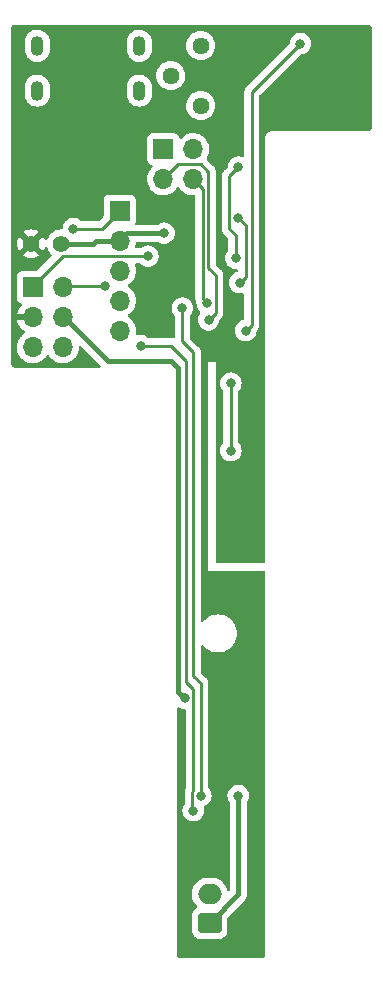
<source format=gbl>
G04 #@! TF.GenerationSoftware,KiCad,Pcbnew,(6.0.10-0)*
G04 #@! TF.CreationDate,2023-11-26T23:42:56+09:00*
G04 #@! TF.ProjectId,AutoFeeder_Drum-type,4175746f-4665-4656-9465-725f4472756d,01*
G04 #@! TF.SameCoordinates,Original*
G04 #@! TF.FileFunction,Copper,L2,Bot*
G04 #@! TF.FilePolarity,Positive*
%FSLAX46Y46*%
G04 Gerber Fmt 4.6, Leading zero omitted, Abs format (unit mm)*
G04 Created by KiCad (PCBNEW (6.0.10-0)) date 2023-11-26 23:42:56*
%MOMM*%
%LPD*%
G01*
G04 APERTURE LIST*
G04 Aperture macros list*
%AMRoundRect*
0 Rectangle with rounded corners*
0 $1 Rounding radius*
0 $2 $3 $4 $5 $6 $7 $8 $9 X,Y pos of 4 corners*
0 Add a 4 corners polygon primitive as box body*
4,1,4,$2,$3,$4,$5,$6,$7,$8,$9,$2,$3,0*
0 Add four circle primitives for the rounded corners*
1,1,$1+$1,$2,$3*
1,1,$1+$1,$4,$5*
1,1,$1+$1,$6,$7*
1,1,$1+$1,$8,$9*
0 Add four rect primitives between the rounded corners*
20,1,$1+$1,$2,$3,$4,$5,0*
20,1,$1+$1,$4,$5,$6,$7,0*
20,1,$1+$1,$6,$7,$8,$9,0*
20,1,$1+$1,$8,$9,$2,$3,0*%
G04 Aperture macros list end*
G04 #@! TA.AperFunction,ComponentPad*
%ADD10R,1.700000X1.700000*%
G04 #@! TD*
G04 #@! TA.AperFunction,ComponentPad*
%ADD11O,1.700000X1.700000*%
G04 #@! TD*
G04 #@! TA.AperFunction,ComponentPad*
%ADD12C,1.440000*%
G04 #@! TD*
G04 #@! TA.AperFunction,ComponentPad*
%ADD13C,1.400000*%
G04 #@! TD*
G04 #@! TA.AperFunction,ComponentPad*
%ADD14O,1.100000X1.700000*%
G04 #@! TD*
G04 #@! TA.AperFunction,ComponentPad*
%ADD15RoundRect,0.250000X0.750000X-0.600000X0.750000X0.600000X-0.750000X0.600000X-0.750000X-0.600000X0*%
G04 #@! TD*
G04 #@! TA.AperFunction,ComponentPad*
%ADD16O,2.000000X1.700000*%
G04 #@! TD*
G04 #@! TA.AperFunction,ViaPad*
%ADD17C,0.800000*%
G04 #@! TD*
G04 #@! TA.AperFunction,Conductor*
%ADD18C,0.250000*%
G04 #@! TD*
G04 #@! TA.AperFunction,Conductor*
%ADD19C,0.400000*%
G04 #@! TD*
G04 APERTURE END LIST*
D10*
X138811000Y-82677000D03*
D11*
X141351000Y-82677000D03*
X138811000Y-85217000D03*
X141351000Y-85217000D03*
X138811000Y-87757000D03*
X141351000Y-87757000D03*
D10*
X149860000Y-70993000D03*
D11*
X152400000Y-70993000D03*
X149860000Y-73533000D03*
X152400000Y-73533000D03*
D12*
X153035000Y-62230000D03*
X150495000Y-64770000D03*
X153035000Y-67310000D03*
D13*
X141204000Y-78994000D03*
X138664000Y-78994000D03*
D10*
X146177000Y-76200000D03*
D11*
X146177000Y-78740000D03*
X146177000Y-81280000D03*
X146177000Y-83820000D03*
X146177000Y-86360000D03*
D14*
X139190000Y-66030000D03*
X139190000Y-62230000D03*
X147830000Y-62230000D03*
X147830000Y-66030000D03*
D15*
X153780000Y-136525000D03*
D16*
X153780000Y-134025000D03*
D17*
X156718000Y-117983000D03*
X165735000Y-60960000D03*
X156591000Y-98425000D03*
X161099000Y-66485000D03*
X145000000Y-65500000D03*
X161544000Y-63754000D03*
X141986000Y-65500000D03*
X139319000Y-74168000D03*
X142240000Y-77724000D03*
X156210000Y-72517000D03*
X155989232Y-80216445D03*
X156845000Y-86360000D03*
X161470000Y-62050000D03*
X151473500Y-84455000D03*
X153035000Y-125730000D03*
X147955000Y-87630000D03*
X152400000Y-127000000D03*
X153580202Y-84036798D03*
X153697836Y-85443164D03*
X155575000Y-96520000D03*
X155575000Y-90805000D03*
X148556879Y-80041498D03*
X144907000Y-82550000D03*
X156228750Y-76835000D03*
X156337000Y-82296000D03*
X149925000Y-78105000D03*
X156210000Y-125730000D03*
X151676000Y-117475000D03*
D18*
X147955000Y-87630000D02*
X150495000Y-87630000D01*
X150495000Y-87630000D02*
X151765000Y-88900000D01*
X151765000Y-116078000D02*
X152400500Y-116713500D01*
X152400500Y-116713500D02*
X152400500Y-125339195D01*
X151765000Y-88900000D02*
X151765000Y-116078000D01*
X152310000Y-125429695D02*
X152310000Y-126910000D01*
X152400500Y-125339195D02*
X152310000Y-125429695D01*
X152310000Y-126910000D02*
X152400000Y-127000000D01*
X142240000Y-77724000D02*
X144653000Y-77724000D01*
X144653000Y-77724000D02*
X146177000Y-76200000D01*
X155448000Y-73279000D02*
X156210000Y-72517000D01*
X155989232Y-78265232D02*
X155448000Y-77724000D01*
X155989232Y-80216445D02*
X155989232Y-78265232D01*
X155448000Y-77724000D02*
X155448000Y-73279000D01*
X157353000Y-66167000D02*
X161470000Y-62050000D01*
X156845000Y-86360000D02*
X157353000Y-85852000D01*
X157353000Y-85852000D02*
X157353000Y-66167000D01*
X151473500Y-87252625D02*
X151473500Y-84455000D01*
X153035000Y-116205000D02*
X152400000Y-115570000D01*
X152400000Y-115570000D02*
X152400000Y-88179125D01*
X153035000Y-125730000D02*
X153035000Y-116205000D01*
X152400000Y-88179125D02*
X151473500Y-87252625D01*
X153220000Y-83676596D02*
X153580202Y-84036798D01*
X153220000Y-74353000D02*
X153220000Y-83676596D01*
X152400000Y-73533000D02*
X153220000Y-74353000D01*
X154305202Y-84835798D02*
X154305202Y-81661202D01*
X153670000Y-81026000D02*
X153670000Y-72898000D01*
X153035000Y-72263000D02*
X151130000Y-72263000D01*
X153670000Y-72898000D02*
X153035000Y-72263000D01*
X153697836Y-85443164D02*
X154305202Y-84835798D01*
X154305202Y-81661202D02*
X153670000Y-81026000D01*
X151130000Y-72263000D02*
X149860000Y-73533000D01*
X155575000Y-90805000D02*
X155575000Y-96520000D01*
X141351000Y-80010000D02*
X138811000Y-82550000D01*
X148525381Y-80010000D02*
X141351000Y-80010000D01*
X148556879Y-80041498D02*
X148525381Y-80010000D01*
X138811000Y-82550000D02*
X138811000Y-82677000D01*
X144907000Y-82550000D02*
X141478000Y-82550000D01*
X141478000Y-82550000D02*
X141351000Y-82677000D01*
X156845000Y-77451250D02*
X156228750Y-76835000D01*
X156337000Y-82296000D02*
X156845000Y-81788000D01*
X156845000Y-81788000D02*
X156845000Y-77451250D01*
D19*
X146812000Y-78105000D02*
X149925000Y-78105000D01*
X146177000Y-78740000D02*
X144145000Y-78740000D01*
X144145000Y-78740000D02*
X143891000Y-78994000D01*
X146177000Y-78740000D02*
X146812000Y-78105000D01*
X143891000Y-78994000D02*
X141204000Y-78994000D01*
X156210000Y-134095000D02*
X153780000Y-136525000D01*
X156210000Y-125730000D02*
X156210000Y-134095000D01*
X151676000Y-117475000D02*
X151130000Y-116929000D01*
X150495000Y-88900000D02*
X145161000Y-88900000D01*
X145161000Y-88900000D02*
X141478000Y-85217000D01*
X141478000Y-85217000D02*
X141351000Y-85217000D01*
X151130000Y-116929000D02*
X151130000Y-89535000D01*
X151130000Y-89535000D02*
X150495000Y-88900000D01*
G04 #@! TA.AperFunction,Conductor*
G36*
X167433621Y-60528502D02*
G01*
X167480114Y-60582158D01*
X167491500Y-60634500D01*
X167491500Y-69237183D01*
X167471498Y-69305304D01*
X167454595Y-69326278D01*
X167326278Y-69454595D01*
X167263966Y-69488621D01*
X167237183Y-69491500D01*
X159008623Y-69491500D01*
X159007853Y-69491498D01*
X159007037Y-69491493D01*
X158930279Y-69491024D01*
X158907918Y-69497415D01*
X158901847Y-69499150D01*
X158885085Y-69502728D01*
X158855813Y-69506920D01*
X158847645Y-69510634D01*
X158847644Y-69510634D01*
X158832438Y-69517548D01*
X158814914Y-69523996D01*
X158790229Y-69531051D01*
X158782635Y-69535843D01*
X158782632Y-69535844D01*
X158765220Y-69546830D01*
X158750137Y-69554969D01*
X158723218Y-69567208D01*
X158716416Y-69573069D01*
X158703765Y-69583970D01*
X158688761Y-69595073D01*
X158667042Y-69608776D01*
X158661103Y-69615501D01*
X158661099Y-69615504D01*
X158647468Y-69630938D01*
X158635276Y-69642982D01*
X158619673Y-69656427D01*
X158619671Y-69656430D01*
X158612873Y-69662287D01*
X158607993Y-69669816D01*
X158607992Y-69669817D01*
X158598906Y-69683835D01*
X158587615Y-69698709D01*
X158576569Y-69711217D01*
X158570622Y-69717951D01*
X158560858Y-69738747D01*
X158558058Y-69744711D01*
X158549737Y-69759691D01*
X158538529Y-69776983D01*
X158538527Y-69776988D01*
X158533648Y-69784515D01*
X158531078Y-69793108D01*
X158531076Y-69793113D01*
X158526289Y-69809120D01*
X158519628Y-69826564D01*
X158512533Y-69841676D01*
X158508719Y-69849800D01*
X158507338Y-69858667D01*
X158507338Y-69858668D01*
X158504170Y-69879015D01*
X158500387Y-69895732D01*
X158494485Y-69915466D01*
X158494484Y-69915472D01*
X158491914Y-69924066D01*
X158491859Y-69933037D01*
X158491859Y-69933038D01*
X158491704Y-69958497D01*
X158491671Y-69959289D01*
X158491500Y-69960386D01*
X158491500Y-69991377D01*
X158491498Y-69992147D01*
X158491296Y-70025285D01*
X158491024Y-70069721D01*
X158491408Y-70071065D01*
X158491500Y-70072410D01*
X158491500Y-105919000D01*
X158471498Y-105987121D01*
X158417842Y-106033614D01*
X158365500Y-106045000D01*
X154423000Y-106045000D01*
X154354879Y-106024998D01*
X154308386Y-105971342D01*
X154297000Y-105919000D01*
X154297000Y-96520000D01*
X154661496Y-96520000D01*
X154681458Y-96709928D01*
X154740473Y-96891556D01*
X154835960Y-97056944D01*
X154963747Y-97198866D01*
X155118248Y-97311118D01*
X155124276Y-97313802D01*
X155124278Y-97313803D01*
X155286681Y-97386109D01*
X155292712Y-97388794D01*
X155386112Y-97408647D01*
X155473056Y-97427128D01*
X155473061Y-97427128D01*
X155479513Y-97428500D01*
X155670487Y-97428500D01*
X155676939Y-97427128D01*
X155676944Y-97427128D01*
X155763888Y-97408647D01*
X155857288Y-97388794D01*
X155863319Y-97386109D01*
X156025722Y-97313803D01*
X156025724Y-97313802D01*
X156031752Y-97311118D01*
X156186253Y-97198866D01*
X156314040Y-97056944D01*
X156409527Y-96891556D01*
X156468542Y-96709928D01*
X156488504Y-96520000D01*
X156468542Y-96330072D01*
X156409527Y-96148444D01*
X156314040Y-95983056D01*
X156240863Y-95901785D01*
X156210147Y-95837779D01*
X156208500Y-95817476D01*
X156208500Y-91507524D01*
X156228502Y-91439403D01*
X156240858Y-91423221D01*
X156314040Y-91341944D01*
X156409527Y-91176556D01*
X156468542Y-90994928D01*
X156488504Y-90805000D01*
X156468542Y-90615072D01*
X156409527Y-90433444D01*
X156314040Y-90268056D01*
X156186253Y-90126134D01*
X156031752Y-90013882D01*
X156025724Y-90011198D01*
X156025722Y-90011197D01*
X155863319Y-89938891D01*
X155863318Y-89938891D01*
X155857288Y-89936206D01*
X155763888Y-89916353D01*
X155676944Y-89897872D01*
X155676939Y-89897872D01*
X155670487Y-89896500D01*
X155479513Y-89896500D01*
X155473061Y-89897872D01*
X155473056Y-89897872D01*
X155386112Y-89916353D01*
X155292712Y-89936206D01*
X155286682Y-89938891D01*
X155286681Y-89938891D01*
X155124278Y-90011197D01*
X155124276Y-90011198D01*
X155118248Y-90013882D01*
X154963747Y-90126134D01*
X154835960Y-90268056D01*
X154740473Y-90433444D01*
X154681458Y-90615072D01*
X154661496Y-90805000D01*
X154681458Y-90994928D01*
X154740473Y-91176556D01*
X154835960Y-91341944D01*
X154909137Y-91423215D01*
X154939853Y-91487221D01*
X154941500Y-91507524D01*
X154941500Y-95817476D01*
X154921498Y-95885597D01*
X154909142Y-95901779D01*
X154835960Y-95983056D01*
X154740473Y-96148444D01*
X154681458Y-96330072D01*
X154661496Y-96520000D01*
X154297000Y-96520000D01*
X154297000Y-89000000D01*
X153670000Y-89000000D01*
X153670000Y-106680000D01*
X158365500Y-106680000D01*
X158433621Y-106700002D01*
X158480114Y-106753658D01*
X158491500Y-106806000D01*
X158491500Y-139237183D01*
X158471498Y-139305304D01*
X158454595Y-139326278D01*
X158326278Y-139454595D01*
X158263966Y-139488621D01*
X158237183Y-139491500D01*
X151262817Y-139491500D01*
X151194696Y-139471498D01*
X151173722Y-139454595D01*
X151045405Y-139326278D01*
X151011379Y-139263966D01*
X151008500Y-139237183D01*
X151008500Y-133960774D01*
X152268102Y-133960774D01*
X152276751Y-134191158D01*
X152324093Y-134416791D01*
X152326051Y-134421750D01*
X152326052Y-134421752D01*
X152402943Y-134616450D01*
X152408776Y-134631221D01*
X152528377Y-134828317D01*
X152679477Y-135002445D01*
X152715120Y-135031670D01*
X152755114Y-135090329D01*
X152757046Y-135161299D01*
X152720302Y-135222048D01*
X152701532Y-135236248D01*
X152570579Y-135317285D01*
X152555652Y-135326522D01*
X152430695Y-135451697D01*
X152337885Y-135602262D01*
X152282203Y-135770139D01*
X152271500Y-135874600D01*
X152271500Y-137175400D01*
X152282474Y-137281166D01*
X152338450Y-137448946D01*
X152431522Y-137599348D01*
X152556697Y-137724305D01*
X152562927Y-137728145D01*
X152562928Y-137728146D01*
X152700090Y-137812694D01*
X152707262Y-137817115D01*
X152787005Y-137843564D01*
X152868611Y-137870632D01*
X152868613Y-137870632D01*
X152875139Y-137872797D01*
X152881975Y-137873497D01*
X152881978Y-137873498D01*
X152925031Y-137877909D01*
X152979600Y-137883500D01*
X154580400Y-137883500D01*
X154583646Y-137883163D01*
X154583650Y-137883163D01*
X154679308Y-137873238D01*
X154679312Y-137873237D01*
X154686166Y-137872526D01*
X154692702Y-137870345D01*
X154692704Y-137870345D01*
X154824806Y-137826272D01*
X154853946Y-137816550D01*
X155004348Y-137723478D01*
X155129305Y-137598303D01*
X155222115Y-137447738D01*
X155277797Y-137279861D01*
X155288500Y-137175400D01*
X155288500Y-136070660D01*
X155308502Y-136002539D01*
X155325405Y-135981565D01*
X156690520Y-134616450D01*
X156696785Y-134610596D01*
X156697238Y-134610201D01*
X156740385Y-134572561D01*
X156777129Y-134520280D01*
X156781061Y-134514986D01*
X156815791Y-134470693D01*
X156820476Y-134464718D01*
X156823599Y-134457802D01*
X156824983Y-134455516D01*
X156833357Y-134440835D01*
X156834622Y-134438475D01*
X156838990Y-134432261D01*
X156845022Y-134416791D01*
X156862202Y-134372725D01*
X156864759Y-134366642D01*
X156887918Y-134315352D01*
X156891045Y-134308427D01*
X156892429Y-134300960D01*
X156893230Y-134298405D01*
X156897859Y-134282152D01*
X156898522Y-134279572D01*
X156901282Y-134272491D01*
X156909622Y-134209139D01*
X156910653Y-134202632D01*
X156911813Y-134196377D01*
X156922296Y-134139814D01*
X156918709Y-134077608D01*
X156918500Y-134070354D01*
X156918500Y-126348744D01*
X156938502Y-126280623D01*
X156942564Y-126274683D01*
X156944621Y-126271852D01*
X156949040Y-126266944D01*
X157044527Y-126101556D01*
X157103542Y-125919928D01*
X157123504Y-125730000D01*
X157103542Y-125540072D01*
X157044527Y-125358444D01*
X157039459Y-125349665D01*
X156987334Y-125259383D01*
X156949040Y-125193056D01*
X156821253Y-125051134D01*
X156666752Y-124938882D01*
X156660724Y-124936198D01*
X156660722Y-124936197D01*
X156498319Y-124863891D01*
X156498318Y-124863891D01*
X156492288Y-124861206D01*
X156398888Y-124841353D01*
X156311944Y-124822872D01*
X156311939Y-124822872D01*
X156305487Y-124821500D01*
X156114513Y-124821500D01*
X156108061Y-124822872D01*
X156108056Y-124822872D01*
X156021112Y-124841353D01*
X155927712Y-124861206D01*
X155921682Y-124863891D01*
X155921681Y-124863891D01*
X155759278Y-124936197D01*
X155759276Y-124936198D01*
X155753248Y-124938882D01*
X155598747Y-125051134D01*
X155470960Y-125193056D01*
X155432666Y-125259383D01*
X155380542Y-125349665D01*
X155375473Y-125358444D01*
X155316458Y-125540072D01*
X155296496Y-125730000D01*
X155316458Y-125919928D01*
X155375473Y-126101556D01*
X155470960Y-126266944D01*
X155475379Y-126271852D01*
X155477436Y-126274683D01*
X155501295Y-126341551D01*
X155501500Y-126348744D01*
X155501500Y-133684916D01*
X155481498Y-133753037D01*
X155427842Y-133799530D01*
X155357568Y-133809634D01*
X155292988Y-133780140D01*
X155254604Y-133720414D01*
X155252185Y-133710790D01*
X155237002Y-133638428D01*
X155235907Y-133633209D01*
X155151224Y-133418779D01*
X155031623Y-133221683D01*
X154944755Y-133121576D01*
X154884023Y-133051588D01*
X154884021Y-133051586D01*
X154880523Y-133047555D01*
X154838970Y-133013484D01*
X154706373Y-132904760D01*
X154706367Y-132904756D01*
X154702245Y-132901376D01*
X154697609Y-132898737D01*
X154697606Y-132898735D01*
X154506529Y-132789968D01*
X154501886Y-132787325D01*
X154285175Y-132708663D01*
X154279926Y-132707714D01*
X154279923Y-132707713D01*
X154062392Y-132668377D01*
X154062385Y-132668376D01*
X154058308Y-132667639D01*
X154040586Y-132666803D01*
X154035644Y-132666570D01*
X154035637Y-132666570D01*
X154034156Y-132666500D01*
X153572110Y-132666500D01*
X153505191Y-132672178D01*
X153405591Y-132680629D01*
X153405587Y-132680630D01*
X153400280Y-132681080D01*
X153395125Y-132682418D01*
X153395119Y-132682419D01*
X153182297Y-132737657D01*
X153182293Y-132737658D01*
X153177128Y-132738999D01*
X153172262Y-132741191D01*
X153172259Y-132741192D01*
X153063980Y-132789968D01*
X152966925Y-132833688D01*
X152775681Y-132962441D01*
X152608865Y-133121576D01*
X152471246Y-133306542D01*
X152366760Y-133512051D01*
X152365178Y-133517145D01*
X152365177Y-133517148D01*
X152313084Y-133684916D01*
X152298393Y-133732227D01*
X152268102Y-133960774D01*
X151008500Y-133960774D01*
X151008500Y-118360289D01*
X151028502Y-118292168D01*
X151082158Y-118245675D01*
X151152432Y-118235571D01*
X151208562Y-118258354D01*
X151219248Y-118266118D01*
X151225276Y-118268802D01*
X151225278Y-118268803D01*
X151387681Y-118341109D01*
X151393712Y-118343794D01*
X151487112Y-118363647D01*
X151574056Y-118382128D01*
X151574061Y-118382128D01*
X151580513Y-118383500D01*
X151641000Y-118383500D01*
X151709121Y-118403502D01*
X151755614Y-118457158D01*
X151767000Y-118509500D01*
X151767000Y-125063276D01*
X151756637Y-125113316D01*
X151742826Y-125145232D01*
X151737609Y-125155882D01*
X151716305Y-125194635D01*
X151714334Y-125202310D01*
X151714334Y-125202311D01*
X151711267Y-125214257D01*
X151704863Y-125232961D01*
X151696819Y-125251550D01*
X151695580Y-125259373D01*
X151695577Y-125259383D01*
X151689901Y-125295219D01*
X151687495Y-125306839D01*
X151676500Y-125349665D01*
X151676500Y-125369919D01*
X151674949Y-125389629D01*
X151671780Y-125409638D01*
X151672526Y-125417530D01*
X151675941Y-125453656D01*
X151676500Y-125465514D01*
X151676500Y-126402379D01*
X151659619Y-126465378D01*
X151565473Y-126628444D01*
X151506458Y-126810072D01*
X151486496Y-127000000D01*
X151506458Y-127189928D01*
X151565473Y-127371556D01*
X151660960Y-127536944D01*
X151788747Y-127678866D01*
X151943248Y-127791118D01*
X151949276Y-127793802D01*
X151949278Y-127793803D01*
X152111681Y-127866109D01*
X152117712Y-127868794D01*
X152211112Y-127888647D01*
X152298056Y-127907128D01*
X152298061Y-127907128D01*
X152304513Y-127908500D01*
X152495487Y-127908500D01*
X152501939Y-127907128D01*
X152501944Y-127907128D01*
X152588888Y-127888647D01*
X152682288Y-127868794D01*
X152688319Y-127866109D01*
X152850722Y-127793803D01*
X152850724Y-127793802D01*
X152856752Y-127791118D01*
X153011253Y-127678866D01*
X153139040Y-127536944D01*
X153234527Y-127371556D01*
X153293542Y-127189928D01*
X153313504Y-127000000D01*
X153293542Y-126810072D01*
X153271629Y-126742630D01*
X153269602Y-126671662D01*
X153306264Y-126610864D01*
X153340214Y-126588587D01*
X153485719Y-126523805D01*
X153485726Y-126523801D01*
X153491752Y-126521118D01*
X153646253Y-126408866D01*
X153743500Y-126300862D01*
X153769621Y-126271852D01*
X153769622Y-126271851D01*
X153774040Y-126266944D01*
X153869527Y-126101556D01*
X153928542Y-125919928D01*
X153948504Y-125730000D01*
X153928542Y-125540072D01*
X153869527Y-125358444D01*
X153864459Y-125349665D01*
X153812334Y-125259383D01*
X153774040Y-125193056D01*
X153700863Y-125111785D01*
X153670147Y-125047779D01*
X153668500Y-125027476D01*
X153668500Y-116283768D01*
X153669027Y-116272585D01*
X153670702Y-116265092D01*
X153668562Y-116197001D01*
X153668500Y-116193044D01*
X153668500Y-116165144D01*
X153667996Y-116161153D01*
X153667063Y-116149311D01*
X153665923Y-116113036D01*
X153665674Y-116105111D01*
X153660021Y-116085652D01*
X153656012Y-116066293D01*
X153655846Y-116064983D01*
X153653474Y-116046203D01*
X153650558Y-116038837D01*
X153650556Y-116038831D01*
X153637200Y-116005098D01*
X153633355Y-115993868D01*
X153623230Y-115959017D01*
X153623230Y-115959016D01*
X153621019Y-115951407D01*
X153610705Y-115933966D01*
X153602008Y-115916213D01*
X153597472Y-115904758D01*
X153594552Y-115897383D01*
X153568563Y-115861612D01*
X153562047Y-115851692D01*
X153543578Y-115820463D01*
X153539542Y-115813638D01*
X153525221Y-115799317D01*
X153512380Y-115784283D01*
X153505132Y-115774307D01*
X153500472Y-115767893D01*
X153466407Y-115739712D01*
X153457626Y-115731722D01*
X153070404Y-115344499D01*
X153036379Y-115282187D01*
X153033500Y-115255404D01*
X153033500Y-113101206D01*
X153053502Y-113033085D01*
X153107158Y-112986592D01*
X153177432Y-112976488D01*
X153242012Y-113005982D01*
X153255311Y-113019375D01*
X153359102Y-113140898D01*
X153551624Y-113305328D01*
X153767498Y-113437616D01*
X153772068Y-113439509D01*
X153772072Y-113439511D01*
X153996836Y-113532611D01*
X154001409Y-113534505D01*
X154086032Y-113554821D01*
X154242784Y-113592454D01*
X154242790Y-113592455D01*
X154247597Y-113593609D01*
X154347416Y-113601465D01*
X154434345Y-113608307D01*
X154434352Y-113608307D01*
X154436801Y-113608500D01*
X154563199Y-113608500D01*
X154565648Y-113608307D01*
X154565655Y-113608307D01*
X154652584Y-113601465D01*
X154752403Y-113593609D01*
X154757210Y-113592455D01*
X154757216Y-113592454D01*
X154913968Y-113554821D01*
X154998591Y-113534505D01*
X155003164Y-113532611D01*
X155227928Y-113439511D01*
X155227932Y-113439509D01*
X155232502Y-113437616D01*
X155448376Y-113305328D01*
X155640898Y-113140898D01*
X155805328Y-112948376D01*
X155937616Y-112732502D01*
X156034505Y-112498591D01*
X156093609Y-112252403D01*
X156113474Y-112000000D01*
X156093609Y-111747597D01*
X156034505Y-111501409D01*
X155937616Y-111267498D01*
X155805328Y-111051624D01*
X155640898Y-110859102D01*
X155448376Y-110694672D01*
X155232502Y-110562384D01*
X155227932Y-110560491D01*
X155227928Y-110560489D01*
X155003164Y-110467389D01*
X155003162Y-110467388D01*
X154998591Y-110465495D01*
X154913968Y-110445179D01*
X154757216Y-110407546D01*
X154757210Y-110407545D01*
X154752403Y-110406391D01*
X154652584Y-110398535D01*
X154565655Y-110391693D01*
X154565648Y-110391693D01*
X154563199Y-110391500D01*
X154436801Y-110391500D01*
X154434352Y-110391693D01*
X154434345Y-110391693D01*
X154347416Y-110398535D01*
X154247597Y-110406391D01*
X154242790Y-110407545D01*
X154242784Y-110407546D01*
X154086032Y-110445179D01*
X154001409Y-110465495D01*
X153996838Y-110467388D01*
X153996836Y-110467389D01*
X153772072Y-110560489D01*
X153772068Y-110560491D01*
X153767498Y-110562384D01*
X153551624Y-110694672D01*
X153359102Y-110859102D01*
X153355894Y-110862858D01*
X153255311Y-110980625D01*
X153195860Y-111019434D01*
X153124865Y-111019940D01*
X153064867Y-110981984D01*
X153034914Y-110917615D01*
X153033500Y-110898794D01*
X153033500Y-88257892D01*
X153034027Y-88246709D01*
X153035702Y-88239216D01*
X153033562Y-88171125D01*
X153033500Y-88167168D01*
X153033500Y-88139269D01*
X153032996Y-88135278D01*
X153032063Y-88123436D01*
X153030923Y-88087161D01*
X153030674Y-88079236D01*
X153028462Y-88071622D01*
X153028461Y-88071617D01*
X153025023Y-88059784D01*
X153021012Y-88040420D01*
X153019467Y-88028189D01*
X153018474Y-88020328D01*
X153015557Y-88012961D01*
X153015556Y-88012956D01*
X153002198Y-87979217D01*
X152998354Y-87967990D01*
X152993640Y-87951767D01*
X152986018Y-87925532D01*
X152975707Y-87908097D01*
X152967012Y-87890349D01*
X152959552Y-87871508D01*
X152933564Y-87835738D01*
X152927048Y-87825818D01*
X152908580Y-87794590D01*
X152908578Y-87794587D01*
X152904542Y-87787763D01*
X152890221Y-87773442D01*
X152877380Y-87758408D01*
X152870131Y-87748431D01*
X152865472Y-87742018D01*
X152859367Y-87736967D01*
X152859362Y-87736962D01*
X152831396Y-87713826D01*
X152822618Y-87705838D01*
X152143905Y-87027125D01*
X152109879Y-86964813D01*
X152107000Y-86938030D01*
X152107000Y-85157524D01*
X152127002Y-85089403D01*
X152139358Y-85073221D01*
X152212540Y-84991944D01*
X152308027Y-84826556D01*
X152367042Y-84644928D01*
X152374120Y-84577590D01*
X152386314Y-84461565D01*
X152387004Y-84455000D01*
X152373493Y-84326453D01*
X152367732Y-84271635D01*
X152367732Y-84271633D01*
X152367042Y-84265072D01*
X152308027Y-84083444D01*
X152280347Y-84035500D01*
X152239865Y-83965384D01*
X152212540Y-83918056D01*
X152192359Y-83895642D01*
X152089175Y-83781045D01*
X152089174Y-83781044D01*
X152084753Y-83776134D01*
X151930252Y-83663882D01*
X151924224Y-83661198D01*
X151924222Y-83661197D01*
X151761819Y-83588891D01*
X151761818Y-83588891D01*
X151755788Y-83586206D01*
X151634800Y-83560489D01*
X151575444Y-83547872D01*
X151575439Y-83547872D01*
X151568987Y-83546500D01*
X151378013Y-83546500D01*
X151371561Y-83547872D01*
X151371556Y-83547872D01*
X151312200Y-83560489D01*
X151191212Y-83586206D01*
X151185182Y-83588891D01*
X151185181Y-83588891D01*
X151022778Y-83661197D01*
X151022776Y-83661198D01*
X151016748Y-83663882D01*
X150862247Y-83776134D01*
X150857826Y-83781044D01*
X150857825Y-83781045D01*
X150754642Y-83895642D01*
X150734460Y-83918056D01*
X150707135Y-83965384D01*
X150666654Y-84035500D01*
X150638973Y-84083444D01*
X150579958Y-84265072D01*
X150579268Y-84271633D01*
X150579268Y-84271635D01*
X150573507Y-84326453D01*
X150559996Y-84455000D01*
X150560686Y-84461565D01*
X150572881Y-84577590D01*
X150579958Y-84644928D01*
X150638973Y-84826556D01*
X150734460Y-84991944D01*
X150807637Y-85073215D01*
X150838353Y-85137221D01*
X150840000Y-85157524D01*
X150840000Y-86898513D01*
X150819998Y-86966634D01*
X150766342Y-87013127D01*
X150696068Y-87023231D01*
X150679876Y-87019732D01*
X150673145Y-87016819D01*
X150665321Y-87015580D01*
X150665315Y-87015578D01*
X150629476Y-87009901D01*
X150617856Y-87007495D01*
X150582711Y-86998472D01*
X150582710Y-86998472D01*
X150575030Y-86996500D01*
X150554776Y-86996500D01*
X150535065Y-86994949D01*
X150522886Y-86993020D01*
X150515057Y-86991780D01*
X150507165Y-86992526D01*
X150471039Y-86995941D01*
X150459181Y-86996500D01*
X148663200Y-86996500D01*
X148595079Y-86976498D01*
X148575853Y-86960157D01*
X148575580Y-86960460D01*
X148570668Y-86956037D01*
X148566253Y-86951134D01*
X148500557Y-86903403D01*
X148417094Y-86842763D01*
X148417093Y-86842762D01*
X148411752Y-86838882D01*
X148405724Y-86836198D01*
X148405722Y-86836197D01*
X148243319Y-86763891D01*
X148243318Y-86763891D01*
X148237288Y-86761206D01*
X148124721Y-86737279D01*
X148056944Y-86722872D01*
X148056939Y-86722872D01*
X148050487Y-86721500D01*
X147859513Y-86721500D01*
X147853061Y-86722872D01*
X147853056Y-86722872D01*
X147783604Y-86737635D01*
X147674604Y-86760804D01*
X147674601Y-86760804D01*
X147672712Y-86761206D01*
X147672639Y-86760860D01*
X147605363Y-86762781D01*
X147544566Y-86726116D01*
X147513243Y-86662403D01*
X147512476Y-86624474D01*
X147513184Y-86619101D01*
X147538529Y-86426590D01*
X147538611Y-86423240D01*
X147540074Y-86363365D01*
X147540074Y-86363361D01*
X147540156Y-86360000D01*
X147521852Y-86137361D01*
X147467431Y-85920702D01*
X147378354Y-85715840D01*
X147315994Y-85619446D01*
X147259822Y-85532617D01*
X147259820Y-85532614D01*
X147257014Y-85528277D01*
X147106670Y-85363051D01*
X147102619Y-85359852D01*
X147102615Y-85359848D01*
X146935414Y-85227800D01*
X146935410Y-85227798D01*
X146931359Y-85224598D01*
X146890053Y-85201796D01*
X146840084Y-85151364D01*
X146825312Y-85081921D01*
X146850428Y-85015516D01*
X146877780Y-84988909D01*
X146930670Y-84951183D01*
X147056860Y-84861173D01*
X147215096Y-84703489D01*
X147274594Y-84620689D01*
X147342435Y-84526277D01*
X147345453Y-84522077D01*
X147378605Y-84455000D01*
X147442136Y-84326453D01*
X147442137Y-84326451D01*
X147444430Y-84321811D01*
X147483101Y-84194530D01*
X147507865Y-84113023D01*
X147507865Y-84113021D01*
X147509370Y-84108069D01*
X147538529Y-83886590D01*
X147538615Y-83883081D01*
X147540074Y-83823365D01*
X147540074Y-83823361D01*
X147540156Y-83820000D01*
X147521852Y-83597361D01*
X147467431Y-83380702D01*
X147378354Y-83175840D01*
X147257014Y-82988277D01*
X147106670Y-82823051D01*
X147102619Y-82819852D01*
X147102615Y-82819848D01*
X146935414Y-82687800D01*
X146935410Y-82687798D01*
X146931359Y-82684598D01*
X146890053Y-82661796D01*
X146840084Y-82611364D01*
X146825312Y-82541921D01*
X146850428Y-82475516D01*
X146877780Y-82448909D01*
X146921603Y-82417650D01*
X147056860Y-82321173D01*
X147215096Y-82163489D01*
X147345453Y-81982077D01*
X147376766Y-81918721D01*
X147442136Y-81786453D01*
X147442137Y-81786451D01*
X147444430Y-81781811D01*
X147494379Y-81617411D01*
X147507865Y-81573023D01*
X147507865Y-81573021D01*
X147509370Y-81568069D01*
X147538529Y-81346590D01*
X147539206Y-81318869D01*
X147540074Y-81283365D01*
X147540074Y-81283361D01*
X147540156Y-81280000D01*
X147521852Y-81057361D01*
X147467431Y-80840702D01*
X147458318Y-80819743D01*
X147449497Y-80749297D01*
X147480163Y-80685265D01*
X147540579Y-80647977D01*
X147573867Y-80643500D01*
X147820318Y-80643500D01*
X147888439Y-80663502D01*
X147913954Y-80685189D01*
X147914023Y-80685265D01*
X147945626Y-80720364D01*
X147967208Y-80736044D01*
X148074897Y-80814285D01*
X148100127Y-80832616D01*
X148106155Y-80835300D01*
X148106157Y-80835301D01*
X148240943Y-80895311D01*
X148274591Y-80910292D01*
X148367992Y-80930145D01*
X148454935Y-80948626D01*
X148454940Y-80948626D01*
X148461392Y-80949998D01*
X148652366Y-80949998D01*
X148658818Y-80948626D01*
X148658823Y-80948626D01*
X148745766Y-80930145D01*
X148839167Y-80910292D01*
X148872815Y-80895311D01*
X149007601Y-80835301D01*
X149007603Y-80835300D01*
X149013631Y-80832616D01*
X149038862Y-80814285D01*
X149143599Y-80738188D01*
X149168132Y-80720364D01*
X149219331Y-80663502D01*
X149291500Y-80583350D01*
X149291501Y-80583349D01*
X149295919Y-80578442D01*
X149391406Y-80413054D01*
X149450421Y-80231426D01*
X149460566Y-80134907D01*
X149469693Y-80048063D01*
X149470383Y-80041498D01*
X149457960Y-79923301D01*
X149451111Y-79858133D01*
X149451111Y-79858131D01*
X149450421Y-79851570D01*
X149391406Y-79669942D01*
X149295919Y-79504554D01*
X149214135Y-79413723D01*
X149172554Y-79367543D01*
X149172553Y-79367542D01*
X149168132Y-79362632D01*
X149013631Y-79250380D01*
X149007603Y-79247696D01*
X149007601Y-79247695D01*
X148845198Y-79175389D01*
X148845197Y-79175389D01*
X148839167Y-79172704D01*
X148745767Y-79152851D01*
X148658823Y-79134370D01*
X148658818Y-79134370D01*
X148652366Y-79132998D01*
X148461392Y-79132998D01*
X148454940Y-79134370D01*
X148454935Y-79134370D01*
X148367991Y-79152851D01*
X148274591Y-79172704D01*
X148268561Y-79175389D01*
X148268560Y-79175389D01*
X148106157Y-79247695D01*
X148106155Y-79247696D01*
X148100127Y-79250380D01*
X147978405Y-79338817D01*
X147959660Y-79352436D01*
X147892793Y-79376294D01*
X147885599Y-79376500D01*
X147573477Y-79376500D01*
X147505356Y-79356498D01*
X147458863Y-79302842D01*
X147448759Y-79232568D01*
X147452917Y-79213879D01*
X147509370Y-79028069D01*
X147523196Y-78923053D01*
X147551919Y-78858126D01*
X147611184Y-78819035D01*
X147648118Y-78813500D01*
X149313595Y-78813500D01*
X149381716Y-78833502D01*
X149387656Y-78837564D01*
X149468248Y-78896118D01*
X149474276Y-78898802D01*
X149474278Y-78898803D01*
X149528745Y-78923053D01*
X149642712Y-78973794D01*
X149712016Y-78988525D01*
X149823056Y-79012128D01*
X149823061Y-79012128D01*
X149829513Y-79013500D01*
X150020487Y-79013500D01*
X150026939Y-79012128D01*
X150026944Y-79012128D01*
X150137984Y-78988525D01*
X150207288Y-78973794D01*
X150321255Y-78923053D01*
X150375722Y-78898803D01*
X150375724Y-78898802D01*
X150381752Y-78896118D01*
X150536253Y-78783866D01*
X150664040Y-78641944D01*
X150759527Y-78476556D01*
X150818542Y-78294928D01*
X150838504Y-78105000D01*
X150826576Y-77991514D01*
X150819232Y-77921635D01*
X150819232Y-77921633D01*
X150818542Y-77915072D01*
X150759527Y-77733444D01*
X150754075Y-77724000D01*
X150667341Y-77573774D01*
X150664040Y-77568056D01*
X150536253Y-77426134D01*
X150426951Y-77346721D01*
X150387094Y-77317763D01*
X150387093Y-77317762D01*
X150381752Y-77313882D01*
X150375724Y-77311198D01*
X150375722Y-77311197D01*
X150213319Y-77238891D01*
X150213318Y-77238891D01*
X150207288Y-77236206D01*
X150113887Y-77216353D01*
X150026944Y-77197872D01*
X150026939Y-77197872D01*
X150020487Y-77196500D01*
X149829513Y-77196500D01*
X149823061Y-77197872D01*
X149823056Y-77197872D01*
X149736113Y-77216353D01*
X149642712Y-77236206D01*
X149636682Y-77238891D01*
X149636681Y-77238891D01*
X149474278Y-77311197D01*
X149474276Y-77311198D01*
X149468248Y-77313882D01*
X149462907Y-77317762D01*
X149462906Y-77317763D01*
X149387656Y-77372436D01*
X149320789Y-77396294D01*
X149313595Y-77396500D01*
X147622002Y-77396500D01*
X147553881Y-77376498D01*
X147507388Y-77322842D01*
X147497284Y-77252568D01*
X147504020Y-77226271D01*
X147525971Y-77167718D01*
X147525973Y-77167712D01*
X147528745Y-77160316D01*
X147535500Y-77098134D01*
X147535500Y-75301866D01*
X147528745Y-75239684D01*
X147477615Y-75103295D01*
X147390261Y-74986739D01*
X147273705Y-74899385D01*
X147137316Y-74848255D01*
X147075134Y-74841500D01*
X145278866Y-74841500D01*
X145216684Y-74848255D01*
X145080295Y-74899385D01*
X144963739Y-74986739D01*
X144876385Y-75103295D01*
X144825255Y-75239684D01*
X144818500Y-75301866D01*
X144818500Y-76610405D01*
X144798498Y-76678526D01*
X144781595Y-76699500D01*
X144427500Y-77053595D01*
X144365188Y-77087621D01*
X144338405Y-77090500D01*
X142948200Y-77090500D01*
X142880079Y-77070498D01*
X142860853Y-77054157D01*
X142860580Y-77054460D01*
X142855668Y-77050037D01*
X142851253Y-77045134D01*
X142696752Y-76932882D01*
X142690724Y-76930198D01*
X142690722Y-76930197D01*
X142528319Y-76857891D01*
X142528318Y-76857891D01*
X142522288Y-76855206D01*
X142428888Y-76835353D01*
X142341944Y-76816872D01*
X142341939Y-76816872D01*
X142335487Y-76815500D01*
X142144513Y-76815500D01*
X142138061Y-76816872D01*
X142138056Y-76816872D01*
X142051112Y-76835353D01*
X141957712Y-76855206D01*
X141951682Y-76857891D01*
X141951681Y-76857891D01*
X141789278Y-76930197D01*
X141789276Y-76930198D01*
X141783248Y-76932882D01*
X141628747Y-77045134D01*
X141624326Y-77050044D01*
X141624325Y-77050045D01*
X141581026Y-77098134D01*
X141500960Y-77187056D01*
X141405473Y-77352444D01*
X141346458Y-77534072D01*
X141345768Y-77540633D01*
X141345768Y-77540635D01*
X141332326Y-77668533D01*
X141305313Y-77734190D01*
X141247092Y-77774820D01*
X141207874Y-77781223D01*
X141204000Y-77780884D01*
X140993345Y-77799314D01*
X140988032Y-77800738D01*
X140988030Y-77800738D01*
X140794400Y-77852621D01*
X140794398Y-77852622D01*
X140789090Y-77854044D01*
X140784109Y-77856366D01*
X140784108Y-77856367D01*
X140602423Y-77941088D01*
X140602420Y-77941090D01*
X140597442Y-77943411D01*
X140424224Y-78064699D01*
X140274699Y-78214224D01*
X140153411Y-78387442D01*
X140151090Y-78392420D01*
X140151088Y-78392423D01*
X140088037Y-78527636D01*
X140064044Y-78579090D01*
X140062622Y-78584397D01*
X140062618Y-78584408D01*
X140055447Y-78611171D01*
X140018496Y-78671793D01*
X139954635Y-78702815D01*
X139884140Y-78694386D01*
X139829394Y-78649182D01*
X139812034Y-78611170D01*
X139804908Y-78584574D01*
X139801159Y-78574277D01*
X139716479Y-78392677D01*
X139711001Y-78383189D01*
X139689689Y-78352752D01*
X139679212Y-78344377D01*
X139665764Y-78351446D01*
X139036022Y-78981188D01*
X139028408Y-78995132D01*
X139028539Y-78996965D01*
X139032790Y-79003580D01*
X139666486Y-79637276D01*
X139678261Y-79643706D01*
X139690276Y-79634410D01*
X139711001Y-79604811D01*
X139716479Y-79595323D01*
X139801159Y-79413723D01*
X139804908Y-79403426D01*
X139812034Y-79376830D01*
X139848986Y-79316207D01*
X139912846Y-79285186D01*
X139983341Y-79293614D01*
X140038088Y-79338817D01*
X140055447Y-79376829D01*
X140062618Y-79403592D01*
X140062622Y-79403603D01*
X140064044Y-79408910D01*
X140066366Y-79413891D01*
X140066367Y-79413892D01*
X140108644Y-79504554D01*
X140153411Y-79600558D01*
X140274699Y-79773776D01*
X140393914Y-79892991D01*
X140427940Y-79955303D01*
X140422875Y-80026118D01*
X140393914Y-80071181D01*
X139183500Y-81281595D01*
X139121188Y-81315621D01*
X139094405Y-81318500D01*
X137912866Y-81318500D01*
X137850684Y-81325255D01*
X137714295Y-81376385D01*
X137597739Y-81463739D01*
X137510385Y-81580295D01*
X137459255Y-81716684D01*
X137452500Y-81778866D01*
X137452500Y-83575134D01*
X137459255Y-83637316D01*
X137510385Y-83773705D01*
X137597739Y-83890261D01*
X137714295Y-83977615D01*
X137722704Y-83980767D01*
X137722705Y-83980768D01*
X137831960Y-84021726D01*
X137888725Y-84064367D01*
X137913425Y-84130929D01*
X137898218Y-84200278D01*
X137878825Y-84226759D01*
X137755590Y-84355717D01*
X137749104Y-84363727D01*
X137629098Y-84539649D01*
X137624000Y-84548623D01*
X137534338Y-84741783D01*
X137530775Y-84751470D01*
X137475389Y-84951183D01*
X137476912Y-84959607D01*
X137489292Y-84963000D01*
X138939000Y-84963000D01*
X139007121Y-84983002D01*
X139053614Y-85036658D01*
X139065000Y-85089000D01*
X139065000Y-85345000D01*
X139044998Y-85413121D01*
X138991342Y-85459614D01*
X138939000Y-85471000D01*
X137494225Y-85471000D01*
X137480694Y-85474973D01*
X137479257Y-85484966D01*
X137509565Y-85619446D01*
X137512645Y-85629275D01*
X137592770Y-85826603D01*
X137597413Y-85835794D01*
X137708694Y-86017388D01*
X137714777Y-86025699D01*
X137854213Y-86186667D01*
X137861580Y-86193883D01*
X138025434Y-86329916D01*
X138033881Y-86335831D01*
X138102969Y-86376203D01*
X138151693Y-86427842D01*
X138164764Y-86497625D01*
X138138033Y-86563396D01*
X138097584Y-86596752D01*
X138084607Y-86603507D01*
X138080474Y-86606610D01*
X138080471Y-86606612D01*
X137914061Y-86731556D01*
X137905965Y-86737635D01*
X137872719Y-86772425D01*
X137787300Y-86861811D01*
X137751629Y-86899138D01*
X137748720Y-86903403D01*
X137748714Y-86903411D01*
X137705586Y-86966634D01*
X137625743Y-87083680D01*
X137593193Y-87153803D01*
X137539953Y-87268500D01*
X137531688Y-87286305D01*
X137471989Y-87501570D01*
X137448251Y-87723695D01*
X137448548Y-87728848D01*
X137448548Y-87728851D01*
X137454202Y-87826908D01*
X137461110Y-87946715D01*
X137462247Y-87951761D01*
X137462248Y-87951767D01*
X137479471Y-88028189D01*
X137510222Y-88164639D01*
X137594266Y-88371616D01*
X137645019Y-88454438D01*
X137708291Y-88557688D01*
X137710987Y-88562088D01*
X137857250Y-88730938D01*
X138029126Y-88873632D01*
X138222000Y-88986338D01*
X138226825Y-88988180D01*
X138226826Y-88988181D01*
X138269496Y-89004475D01*
X138430692Y-89066030D01*
X138435760Y-89067061D01*
X138435763Y-89067062D01*
X138543017Y-89088883D01*
X138649597Y-89110567D01*
X138654772Y-89110757D01*
X138654774Y-89110757D01*
X138867673Y-89118564D01*
X138867677Y-89118564D01*
X138872837Y-89118753D01*
X138877957Y-89118097D01*
X138877959Y-89118097D01*
X139089288Y-89091025D01*
X139089289Y-89091025D01*
X139094416Y-89090368D01*
X139099366Y-89088883D01*
X139303429Y-89027661D01*
X139303434Y-89027659D01*
X139308384Y-89026174D01*
X139508994Y-88927896D01*
X139690860Y-88798173D01*
X139849096Y-88640489D01*
X139908594Y-88557689D01*
X139979453Y-88459077D01*
X139980776Y-88460028D01*
X140027645Y-88416857D01*
X140097580Y-88404625D01*
X140163026Y-88432144D01*
X140190875Y-88463994D01*
X140250987Y-88562088D01*
X140397250Y-88730938D01*
X140569126Y-88873632D01*
X140762000Y-88986338D01*
X140766825Y-88988180D01*
X140766826Y-88988181D01*
X140809496Y-89004475D01*
X140970692Y-89066030D01*
X140975760Y-89067061D01*
X140975763Y-89067062D01*
X141083017Y-89088883D01*
X141189597Y-89110567D01*
X141194772Y-89110757D01*
X141194774Y-89110757D01*
X141407673Y-89118564D01*
X141407677Y-89118564D01*
X141412837Y-89118753D01*
X141417957Y-89118097D01*
X141417959Y-89118097D01*
X141629288Y-89091025D01*
X141629289Y-89091025D01*
X141634416Y-89090368D01*
X141639366Y-89088883D01*
X141843429Y-89027661D01*
X141843434Y-89027659D01*
X141848384Y-89026174D01*
X142048994Y-88927896D01*
X142230860Y-88798173D01*
X142389096Y-88640489D01*
X142448594Y-88557689D01*
X142516435Y-88463277D01*
X142519453Y-88459077D01*
X142540320Y-88416857D01*
X142616136Y-88263453D01*
X142616137Y-88263451D01*
X142618430Y-88258811D01*
X142659560Y-88123436D01*
X142681865Y-88050023D01*
X142681865Y-88050021D01*
X142683370Y-88045069D01*
X142712529Y-87823590D01*
X142712619Y-87819928D01*
X142714156Y-87757000D01*
X142715690Y-87757037D01*
X142732158Y-87694248D01*
X142784437Y-87646213D01*
X142854387Y-87634067D01*
X142919799Y-87661668D01*
X142929189Y-87670159D01*
X144535435Y-89276405D01*
X144569461Y-89338717D01*
X144564396Y-89409532D01*
X144521849Y-89466368D01*
X144455329Y-89491179D01*
X144446340Y-89491500D01*
X137262817Y-89491500D01*
X137194696Y-89471498D01*
X137173722Y-89454595D01*
X137045405Y-89326278D01*
X137011379Y-89263966D01*
X137008500Y-89237183D01*
X137008500Y-80008261D01*
X138014294Y-80008261D01*
X138023590Y-80020276D01*
X138053189Y-80041001D01*
X138062677Y-80046479D01*
X138244277Y-80131159D01*
X138254571Y-80134907D01*
X138448122Y-80186769D01*
X138458909Y-80188671D01*
X138658525Y-80206135D01*
X138669475Y-80206135D01*
X138869091Y-80188671D01*
X138879878Y-80186769D01*
X139073429Y-80134907D01*
X139083723Y-80131159D01*
X139265323Y-80046479D01*
X139274811Y-80041001D01*
X139305248Y-80019689D01*
X139313623Y-80009212D01*
X139306554Y-79995764D01*
X138676812Y-79366022D01*
X138662868Y-79358408D01*
X138661035Y-79358539D01*
X138654420Y-79362790D01*
X138020724Y-79996486D01*
X138014294Y-80008261D01*
X137008500Y-80008261D01*
X137008500Y-78999475D01*
X137451865Y-78999475D01*
X137469329Y-79199091D01*
X137471231Y-79209878D01*
X137523093Y-79403429D01*
X137526841Y-79413723D01*
X137611521Y-79595323D01*
X137616999Y-79604811D01*
X137638311Y-79635248D01*
X137648788Y-79643623D01*
X137662236Y-79636554D01*
X138291978Y-79006812D01*
X138299592Y-78992868D01*
X138299461Y-78991035D01*
X138295210Y-78984420D01*
X137661514Y-78350724D01*
X137649739Y-78344294D01*
X137637724Y-78353590D01*
X137616999Y-78383189D01*
X137611521Y-78392677D01*
X137526841Y-78574277D01*
X137523093Y-78584571D01*
X137471231Y-78778122D01*
X137469329Y-78788909D01*
X137451865Y-78988525D01*
X137451865Y-78999475D01*
X137008500Y-78999475D01*
X137008500Y-77978788D01*
X138014377Y-77978788D01*
X138021446Y-77992236D01*
X138651188Y-78621978D01*
X138665132Y-78629592D01*
X138666965Y-78629461D01*
X138673580Y-78625210D01*
X139307276Y-77991514D01*
X139313706Y-77979739D01*
X139304410Y-77967724D01*
X139274811Y-77946999D01*
X139265323Y-77941521D01*
X139083723Y-77856841D01*
X139073429Y-77853093D01*
X138879878Y-77801231D01*
X138869091Y-77799329D01*
X138669475Y-77781865D01*
X138658525Y-77781865D01*
X138458909Y-77799329D01*
X138448122Y-77801231D01*
X138254571Y-77853093D01*
X138244277Y-77856841D01*
X138062677Y-77941521D01*
X138053189Y-77946999D01*
X138022752Y-77968311D01*
X138014377Y-77978788D01*
X137008500Y-77978788D01*
X137008500Y-73499695D01*
X148497251Y-73499695D01*
X148510110Y-73722715D01*
X148511247Y-73727761D01*
X148511248Y-73727767D01*
X148535304Y-73834508D01*
X148559222Y-73940639D01*
X148643266Y-74147616D01*
X148694942Y-74231944D01*
X148757291Y-74333688D01*
X148759987Y-74338088D01*
X148906250Y-74506938D01*
X149078126Y-74649632D01*
X149271000Y-74762338D01*
X149479692Y-74842030D01*
X149484760Y-74843061D01*
X149484763Y-74843062D01*
X149592017Y-74864883D01*
X149698597Y-74886567D01*
X149703772Y-74886757D01*
X149703774Y-74886757D01*
X149916673Y-74894564D01*
X149916677Y-74894564D01*
X149921837Y-74894753D01*
X149926957Y-74894097D01*
X149926959Y-74894097D01*
X150138288Y-74867025D01*
X150138289Y-74867025D01*
X150143416Y-74866368D01*
X150148366Y-74864883D01*
X150352429Y-74803661D01*
X150352434Y-74803659D01*
X150357384Y-74802174D01*
X150557994Y-74703896D01*
X150739860Y-74574173D01*
X150898096Y-74416489D01*
X150957594Y-74333689D01*
X151028453Y-74235077D01*
X151029776Y-74236028D01*
X151076645Y-74192857D01*
X151146580Y-74180625D01*
X151212026Y-74208144D01*
X151239875Y-74239994D01*
X151299987Y-74338088D01*
X151446250Y-74506938D01*
X151618126Y-74649632D01*
X151811000Y-74762338D01*
X152019692Y-74842030D01*
X152024760Y-74843061D01*
X152024763Y-74843062D01*
X152132017Y-74864883D01*
X152238597Y-74886567D01*
X152243772Y-74886757D01*
X152243774Y-74886757D01*
X152461837Y-74894753D01*
X152461778Y-74896363D01*
X152523740Y-74911539D01*
X152572620Y-74963029D01*
X152586500Y-75020519D01*
X152586500Y-83597829D01*
X152585973Y-83609012D01*
X152584298Y-83616505D01*
X152584547Y-83624431D01*
X152584547Y-83624432D01*
X152586438Y-83684582D01*
X152586500Y-83688541D01*
X152586500Y-83716452D01*
X152586997Y-83720386D01*
X152586997Y-83720387D01*
X152587005Y-83720452D01*
X152587938Y-83732289D01*
X152589327Y-83776485D01*
X152594309Y-83793632D01*
X152594978Y-83795935D01*
X152598987Y-83815296D01*
X152601526Y-83835393D01*
X152604445Y-83842764D01*
X152604445Y-83842766D01*
X152617804Y-83876508D01*
X152621649Y-83887738D01*
X152622382Y-83890261D01*
X152633982Y-83930189D01*
X152638015Y-83937008D01*
X152638017Y-83937013D01*
X152644293Y-83947624D01*
X152652990Y-83965377D01*
X152658541Y-83979398D01*
X152667388Y-84025776D01*
X152667388Y-84030232D01*
X152666698Y-84036798D01*
X152686660Y-84226726D01*
X152745675Y-84408354D01*
X152748978Y-84414076D01*
X152748979Y-84414077D01*
X152760837Y-84434616D01*
X152841162Y-84573742D01*
X152965083Y-84711370D01*
X152968949Y-84715664D01*
X152968164Y-84716371D01*
X153002163Y-84771554D01*
X153000812Y-84842538D01*
X152974251Y-84889055D01*
X152963216Y-84901311D01*
X152958796Y-84906220D01*
X152955494Y-84911939D01*
X152955492Y-84911942D01*
X152875068Y-85051240D01*
X152863309Y-85071608D01*
X152804294Y-85253236D01*
X152803604Y-85259797D01*
X152803604Y-85259799D01*
X152801677Y-85278131D01*
X152784332Y-85443164D01*
X152785022Y-85449729D01*
X152803406Y-85624639D01*
X152804294Y-85633092D01*
X152863309Y-85814720D01*
X152958796Y-85980108D01*
X153086583Y-86122030D01*
X153152707Y-86170072D01*
X153221939Y-86220372D01*
X153241084Y-86234282D01*
X153247112Y-86236966D01*
X153247114Y-86236967D01*
X153409517Y-86309273D01*
X153415548Y-86311958D01*
X153501967Y-86330327D01*
X153595892Y-86350292D01*
X153595897Y-86350292D01*
X153602349Y-86351664D01*
X153793323Y-86351664D01*
X153799775Y-86350292D01*
X153799780Y-86350292D01*
X153893705Y-86330327D01*
X153980124Y-86311958D01*
X153986155Y-86309273D01*
X154148558Y-86236967D01*
X154148560Y-86236966D01*
X154154588Y-86234282D01*
X154173734Y-86220372D01*
X154242965Y-86170072D01*
X154309089Y-86122030D01*
X154436876Y-85980108D01*
X154532363Y-85814720D01*
X154591378Y-85633092D01*
X154592267Y-85624639D01*
X154602796Y-85524457D01*
X154608743Y-85467870D01*
X154635756Y-85402214D01*
X154644958Y-85391946D01*
X154697449Y-85339455D01*
X154705739Y-85331911D01*
X154712220Y-85327798D01*
X154758861Y-85278130D01*
X154761615Y-85275289D01*
X154781336Y-85255568D01*
X154783814Y-85252373D01*
X154791520Y-85243351D01*
X154816360Y-85216899D01*
X154821788Y-85211119D01*
X154831548Y-85193366D01*
X154842401Y-85176843D01*
X154849955Y-85167104D01*
X154854815Y-85160839D01*
X154872378Y-85120255D01*
X154877585Y-85109625D01*
X154898897Y-85070858D01*
X154900868Y-85063181D01*
X154900870Y-85063176D01*
X154903934Y-85051240D01*
X154910340Y-85032528D01*
X154915235Y-85021217D01*
X154918383Y-85013943D01*
X154919623Y-85006115D01*
X154919625Y-85006108D01*
X154925301Y-84970274D01*
X154927707Y-84958654D01*
X154936730Y-84923509D01*
X154936730Y-84923508D01*
X154938702Y-84915828D01*
X154938702Y-84895574D01*
X154940253Y-84875863D01*
X154942182Y-84863684D01*
X154943422Y-84855855D01*
X154942163Y-84842538D01*
X154939261Y-84811831D01*
X154938702Y-84799974D01*
X154938702Y-81739969D01*
X154939229Y-81728786D01*
X154940904Y-81721293D01*
X154938764Y-81653216D01*
X154938702Y-81649257D01*
X154938702Y-81621346D01*
X154938197Y-81617346D01*
X154937264Y-81605503D01*
X154936124Y-81569231D01*
X154935875Y-81561312D01*
X154930224Y-81541860D01*
X154926216Y-81522508D01*
X154924669Y-81510265D01*
X154923676Y-81502405D01*
X154920758Y-81495034D01*
X154907402Y-81461299D01*
X154903557Y-81450072D01*
X154897693Y-81429890D01*
X154891220Y-81407609D01*
X154887186Y-81400787D01*
X154887183Y-81400781D01*
X154880908Y-81390170D01*
X154872212Y-81372420D01*
X154867674Y-81360958D01*
X154867671Y-81360953D01*
X154864754Y-81353585D01*
X154846187Y-81328029D01*
X154838775Y-81317827D01*
X154832259Y-81307909D01*
X154813777Y-81276659D01*
X154809744Y-81269839D01*
X154795420Y-81255515D01*
X154782578Y-81240480D01*
X154770674Y-81224095D01*
X154736608Y-81195913D01*
X154727829Y-81187924D01*
X154340405Y-80800500D01*
X154306379Y-80738188D01*
X154303500Y-80711405D01*
X154303500Y-73258943D01*
X154809780Y-73258943D01*
X154810526Y-73266835D01*
X154813941Y-73302961D01*
X154814500Y-73314819D01*
X154814500Y-77645233D01*
X154813973Y-77656416D01*
X154812298Y-77663909D01*
X154812547Y-77671835D01*
X154812547Y-77671836D01*
X154814438Y-77731986D01*
X154814500Y-77735945D01*
X154814500Y-77763856D01*
X154814997Y-77767790D01*
X154814997Y-77767791D01*
X154815005Y-77767856D01*
X154815938Y-77779693D01*
X154817327Y-77823889D01*
X154822978Y-77843339D01*
X154826987Y-77862700D01*
X154829526Y-77882797D01*
X154832445Y-77890168D01*
X154832445Y-77890170D01*
X154845804Y-77923912D01*
X154849649Y-77935142D01*
X154851502Y-77941521D01*
X154861982Y-77977593D01*
X154866015Y-77984412D01*
X154866017Y-77984417D01*
X154872293Y-77995028D01*
X154880988Y-78012776D01*
X154888448Y-78031617D01*
X154893110Y-78038033D01*
X154893110Y-78038034D01*
X154914436Y-78067387D01*
X154920952Y-78077307D01*
X154937330Y-78105000D01*
X154943458Y-78115362D01*
X154957779Y-78129683D01*
X154970619Y-78144716D01*
X154982528Y-78161107D01*
X154988634Y-78166158D01*
X155016605Y-78189298D01*
X155025384Y-78197288D01*
X155318827Y-78490731D01*
X155352853Y-78553043D01*
X155355732Y-78579826D01*
X155355732Y-79513921D01*
X155335730Y-79582042D01*
X155323374Y-79598224D01*
X155250192Y-79679501D01*
X155154705Y-79844889D01*
X155095690Y-80026517D01*
X155095000Y-80033078D01*
X155095000Y-80033080D01*
X155094115Y-80041498D01*
X155075728Y-80216445D01*
X155095690Y-80406373D01*
X155154705Y-80588001D01*
X155250192Y-80753389D01*
X155254610Y-80758296D01*
X155254611Y-80758297D01*
X155280844Y-80787432D01*
X155377979Y-80895311D01*
X155532480Y-81007563D01*
X155538508Y-81010247D01*
X155538510Y-81010248D01*
X155700913Y-81082554D01*
X155706944Y-81085239D01*
X155790959Y-81103097D01*
X155887288Y-81123573D01*
X155887293Y-81123573D01*
X155893745Y-81124945D01*
X156084719Y-81124945D01*
X156084719Y-81127817D01*
X156142180Y-81138331D01*
X156194022Y-81186839D01*
X156211500Y-81250863D01*
X156211500Y-81291847D01*
X156191498Y-81359968D01*
X156137842Y-81406461D01*
X156111698Y-81415093D01*
X156054712Y-81427206D01*
X156034653Y-81436137D01*
X155886278Y-81502197D01*
X155886276Y-81502198D01*
X155880248Y-81504882D01*
X155725747Y-81617134D01*
X155721326Y-81622044D01*
X155721325Y-81622045D01*
X155669293Y-81679833D01*
X155597960Y-81759056D01*
X155502473Y-81924444D01*
X155443458Y-82106072D01*
X155423496Y-82296000D01*
X155424186Y-82302565D01*
X155442364Y-82475516D01*
X155443458Y-82485928D01*
X155502473Y-82667556D01*
X155597960Y-82832944D01*
X155725747Y-82974866D01*
X155880248Y-83087118D01*
X155886276Y-83089802D01*
X155886278Y-83089803D01*
X155954500Y-83120177D01*
X156054712Y-83164794D01*
X156142716Y-83183500D01*
X156235056Y-83203128D01*
X156235061Y-83203128D01*
X156241513Y-83204500D01*
X156432487Y-83204500D01*
X156438939Y-83203128D01*
X156438944Y-83203128D01*
X156567303Y-83175844D01*
X156638094Y-83181246D01*
X156694726Y-83224063D01*
X156719220Y-83290701D01*
X156719500Y-83299091D01*
X156719500Y-85355847D01*
X156699498Y-85423968D01*
X156645842Y-85470461D01*
X156619698Y-85479093D01*
X156562712Y-85491206D01*
X156556683Y-85493890D01*
X156556684Y-85493890D01*
X156394278Y-85566197D01*
X156394276Y-85566198D01*
X156388248Y-85568882D01*
X156233747Y-85681134D01*
X156229326Y-85686044D01*
X156229325Y-85686045D01*
X156202498Y-85715840D01*
X156105960Y-85823056D01*
X156102659Y-85828774D01*
X156014994Y-85980614D01*
X156010473Y-85988444D01*
X155951458Y-86170072D01*
X155950768Y-86176633D01*
X155950768Y-86176635D01*
X155938548Y-86292905D01*
X155931496Y-86360000D01*
X155932186Y-86366565D01*
X155938844Y-86429908D01*
X155951458Y-86549928D01*
X156010473Y-86731556D01*
X156013776Y-86737278D01*
X156013777Y-86737279D01*
X156034069Y-86772425D01*
X156105960Y-86896944D01*
X156110378Y-86901851D01*
X156110379Y-86901852D01*
X156212778Y-87015578D01*
X156233747Y-87038866D01*
X156388248Y-87151118D01*
X156394276Y-87153802D01*
X156394278Y-87153803D01*
X156419625Y-87165088D01*
X156562712Y-87228794D01*
X156656113Y-87248647D01*
X156743056Y-87267128D01*
X156743061Y-87267128D01*
X156749513Y-87268500D01*
X156940487Y-87268500D01*
X156946939Y-87267128D01*
X156946944Y-87267128D01*
X157033888Y-87248647D01*
X157127288Y-87228794D01*
X157270375Y-87165088D01*
X157295722Y-87153803D01*
X157295724Y-87153802D01*
X157301752Y-87151118D01*
X157456253Y-87038866D01*
X157477222Y-87015578D01*
X157579621Y-86901852D01*
X157579622Y-86901851D01*
X157584040Y-86896944D01*
X157655931Y-86772425D01*
X157676223Y-86737279D01*
X157676224Y-86737278D01*
X157679527Y-86731556D01*
X157738542Y-86549928D01*
X157755775Y-86385968D01*
X157782787Y-86320313D01*
X157789228Y-86312895D01*
X157806660Y-86294331D01*
X157809413Y-86291491D01*
X157829134Y-86271770D01*
X157831612Y-86268575D01*
X157839318Y-86259553D01*
X157864158Y-86233101D01*
X157869586Y-86227321D01*
X157879346Y-86209568D01*
X157890199Y-86193045D01*
X157897753Y-86183306D01*
X157902613Y-86177041D01*
X157920176Y-86136457D01*
X157925383Y-86125827D01*
X157946695Y-86087060D01*
X157948666Y-86079383D01*
X157948668Y-86079378D01*
X157951732Y-86067442D01*
X157958138Y-86048730D01*
X157963034Y-86037417D01*
X157966181Y-86030145D01*
X157971791Y-85994729D01*
X157973097Y-85986481D01*
X157975504Y-85974860D01*
X157984528Y-85939711D01*
X157984528Y-85939710D01*
X157986500Y-85932030D01*
X157986500Y-85911769D01*
X157988051Y-85892058D01*
X157989979Y-85879885D01*
X157991219Y-85872057D01*
X157987059Y-85828046D01*
X157986500Y-85816189D01*
X157986500Y-66481594D01*
X158006502Y-66413473D01*
X158023405Y-66392499D01*
X161420499Y-62995405D01*
X161482811Y-62961379D01*
X161509594Y-62958500D01*
X161565487Y-62958500D01*
X161571939Y-62957128D01*
X161571944Y-62957128D01*
X161674563Y-62935315D01*
X161752288Y-62918794D01*
X161904330Y-62851101D01*
X161920722Y-62843803D01*
X161920724Y-62843802D01*
X161926752Y-62841118D01*
X162081253Y-62728866D01*
X162085675Y-62723955D01*
X162204621Y-62591852D01*
X162204622Y-62591851D01*
X162209040Y-62586944D01*
X162304527Y-62421556D01*
X162363542Y-62239928D01*
X162364586Y-62230000D01*
X162382814Y-62056565D01*
X162383504Y-62050000D01*
X162365725Y-61880845D01*
X162364232Y-61866635D01*
X162364232Y-61866633D01*
X162363542Y-61860072D01*
X162304527Y-61678444D01*
X162209040Y-61513056D01*
X162081253Y-61371134D01*
X161926752Y-61258882D01*
X161920724Y-61256198D01*
X161920722Y-61256197D01*
X161758319Y-61183891D01*
X161758318Y-61183891D01*
X161752288Y-61181206D01*
X161658887Y-61161353D01*
X161571944Y-61142872D01*
X161571939Y-61142872D01*
X161565487Y-61141500D01*
X161374513Y-61141500D01*
X161368061Y-61142872D01*
X161368056Y-61142872D01*
X161281113Y-61161353D01*
X161187712Y-61181206D01*
X161181682Y-61183891D01*
X161181681Y-61183891D01*
X161019278Y-61256197D01*
X161019276Y-61256198D01*
X161013248Y-61258882D01*
X160858747Y-61371134D01*
X160730960Y-61513056D01*
X160635473Y-61678444D01*
X160576458Y-61860072D01*
X160575768Y-61866633D01*
X160575768Y-61866635D01*
X160574275Y-61880845D01*
X160559509Y-62021338D01*
X160559093Y-62025292D01*
X160532080Y-62090949D01*
X160522878Y-62101217D01*
X156960747Y-65663348D01*
X156952461Y-65670888D01*
X156945982Y-65675000D01*
X156940557Y-65680777D01*
X156899357Y-65724651D01*
X156896602Y-65727493D01*
X156876865Y-65747230D01*
X156874385Y-65750427D01*
X156866682Y-65759447D01*
X156836414Y-65791679D01*
X156832595Y-65798625D01*
X156832593Y-65798628D01*
X156826652Y-65809434D01*
X156815801Y-65825953D01*
X156803386Y-65841959D01*
X156800241Y-65849228D01*
X156800238Y-65849232D01*
X156785826Y-65882537D01*
X156780609Y-65893187D01*
X156759305Y-65931940D01*
X156757334Y-65939615D01*
X156757334Y-65939616D01*
X156754267Y-65951562D01*
X156747863Y-65970266D01*
X156739819Y-65988855D01*
X156738580Y-65996678D01*
X156738577Y-65996688D01*
X156732901Y-66032524D01*
X156730495Y-66044144D01*
X156719500Y-66086970D01*
X156719500Y-66107224D01*
X156717949Y-66126934D01*
X156714780Y-66146943D01*
X156715526Y-66154835D01*
X156718941Y-66190961D01*
X156719500Y-66202819D01*
X156719500Y-71555344D01*
X156699498Y-71623465D01*
X156645842Y-71669958D01*
X156575568Y-71680062D01*
X156542251Y-71670451D01*
X156498319Y-71650891D01*
X156498318Y-71650891D01*
X156492288Y-71648206D01*
X156398887Y-71628353D01*
X156311944Y-71609872D01*
X156311939Y-71609872D01*
X156305487Y-71608500D01*
X156114513Y-71608500D01*
X156108061Y-71609872D01*
X156108056Y-71609872D01*
X156021113Y-71628353D01*
X155927712Y-71648206D01*
X155921682Y-71650891D01*
X155921681Y-71650891D01*
X155759278Y-71723197D01*
X155759276Y-71723198D01*
X155753248Y-71725882D01*
X155598747Y-71838134D01*
X155594326Y-71843044D01*
X155594325Y-71843045D01*
X155551026Y-71891134D01*
X155470960Y-71980056D01*
X155375473Y-72145444D01*
X155316458Y-72327072D01*
X155315768Y-72333633D01*
X155315768Y-72333635D01*
X155306195Y-72424722D01*
X155299828Y-72485303D01*
X155299093Y-72492292D01*
X155272080Y-72557949D01*
X155262879Y-72568217D01*
X155155957Y-72675138D01*
X155055742Y-72775353D01*
X155047463Y-72782887D01*
X155040982Y-72787000D01*
X154994357Y-72836651D01*
X154991602Y-72839493D01*
X154971865Y-72859230D01*
X154969385Y-72862427D01*
X154961682Y-72871447D01*
X154931414Y-72903679D01*
X154927595Y-72910625D01*
X154927593Y-72910628D01*
X154921652Y-72921434D01*
X154910801Y-72937953D01*
X154898386Y-72953959D01*
X154895241Y-72961228D01*
X154895238Y-72961232D01*
X154880826Y-72994537D01*
X154875609Y-73005187D01*
X154854305Y-73043940D01*
X154852334Y-73051615D01*
X154852334Y-73051616D01*
X154849267Y-73063562D01*
X154842863Y-73082266D01*
X154834819Y-73100855D01*
X154833580Y-73108678D01*
X154833577Y-73108688D01*
X154827901Y-73144524D01*
X154825495Y-73156144D01*
X154814500Y-73198970D01*
X154814500Y-73219224D01*
X154812949Y-73238934D01*
X154809780Y-73258943D01*
X154303500Y-73258943D01*
X154303500Y-72976768D01*
X154304027Y-72965585D01*
X154305702Y-72958092D01*
X154303562Y-72890001D01*
X154303500Y-72886044D01*
X154303500Y-72858144D01*
X154302996Y-72854153D01*
X154302063Y-72842311D01*
X154301975Y-72839493D01*
X154300674Y-72798111D01*
X154295021Y-72778652D01*
X154291012Y-72759293D01*
X154290846Y-72757983D01*
X154288474Y-72739203D01*
X154285558Y-72731837D01*
X154285556Y-72731831D01*
X154272200Y-72698098D01*
X154268355Y-72686868D01*
X154258230Y-72652017D01*
X154258230Y-72652016D01*
X154256019Y-72644407D01*
X154245705Y-72626966D01*
X154237008Y-72609213D01*
X154232472Y-72597758D01*
X154229552Y-72590383D01*
X154203563Y-72554612D01*
X154197047Y-72544692D01*
X154178578Y-72513463D01*
X154174542Y-72506638D01*
X154160221Y-72492317D01*
X154147380Y-72477283D01*
X154140132Y-72467307D01*
X154135472Y-72460893D01*
X154101407Y-72432712D01*
X154092626Y-72424722D01*
X153558232Y-71890327D01*
X153524207Y-71828015D01*
X153529272Y-71757199D01*
X153545000Y-71727715D01*
X153568453Y-71695077D01*
X153667430Y-71494811D01*
X153732370Y-71281069D01*
X153761529Y-71059590D01*
X153763156Y-70993000D01*
X153744852Y-70770361D01*
X153690431Y-70553702D01*
X153601354Y-70348840D01*
X153480014Y-70161277D01*
X153329670Y-69996051D01*
X153325619Y-69992852D01*
X153325615Y-69992848D01*
X153158414Y-69860800D01*
X153158410Y-69860798D01*
X153154359Y-69857598D01*
X152958789Y-69749638D01*
X152953920Y-69747914D01*
X152953916Y-69747912D01*
X152753087Y-69676795D01*
X152753083Y-69676794D01*
X152748212Y-69675069D01*
X152743119Y-69674162D01*
X152743116Y-69674161D01*
X152533373Y-69636800D01*
X152533367Y-69636799D01*
X152528284Y-69635894D01*
X152454452Y-69634992D01*
X152310081Y-69633228D01*
X152310079Y-69633228D01*
X152304911Y-69633165D01*
X152084091Y-69666955D01*
X151871756Y-69736357D01*
X151841443Y-69752137D01*
X151684676Y-69833745D01*
X151673607Y-69839507D01*
X151669474Y-69842610D01*
X151669471Y-69842612D01*
X151514321Y-69959102D01*
X151494965Y-69973635D01*
X151438537Y-70032684D01*
X151414283Y-70058064D01*
X151352759Y-70093494D01*
X151281846Y-70090037D01*
X151224060Y-70048791D01*
X151205207Y-70015243D01*
X151163767Y-69904703D01*
X151160615Y-69896295D01*
X151073261Y-69779739D01*
X150956705Y-69692385D01*
X150820316Y-69641255D01*
X150758134Y-69634500D01*
X148961866Y-69634500D01*
X148899684Y-69641255D01*
X148763295Y-69692385D01*
X148646739Y-69779739D01*
X148559385Y-69896295D01*
X148508255Y-70032684D01*
X148501500Y-70094866D01*
X148501500Y-71891134D01*
X148508255Y-71953316D01*
X148559385Y-72089705D01*
X148646739Y-72206261D01*
X148763295Y-72293615D01*
X148771704Y-72296767D01*
X148771705Y-72296768D01*
X148880451Y-72337535D01*
X148937216Y-72380176D01*
X148961916Y-72446738D01*
X148946709Y-72516087D01*
X148927316Y-72542568D01*
X148854819Y-72618432D01*
X148800629Y-72675138D01*
X148797715Y-72679410D01*
X148797714Y-72679411D01*
X148784967Y-72698098D01*
X148674743Y-72859680D01*
X148651094Y-72910628D01*
X148585650Y-73051616D01*
X148580688Y-73062305D01*
X148520989Y-73277570D01*
X148497251Y-73499695D01*
X137008500Y-73499695D01*
X137008500Y-66382237D01*
X138131500Y-66382237D01*
X138131800Y-66385293D01*
X138131800Y-66385300D01*
X138146034Y-66530466D01*
X138146635Y-66536592D01*
X138186474Y-66668546D01*
X138193979Y-66693404D01*
X138206632Y-66735315D01*
X138209527Y-66740760D01*
X138209528Y-66740762D01*
X138287936Y-66888223D01*
X138304087Y-66918599D01*
X138352917Y-66978471D01*
X138431390Y-67074689D01*
X138431393Y-67074692D01*
X138435285Y-67079464D01*
X138440033Y-67083392D01*
X138440034Y-67083393D01*
X138455102Y-67095858D01*
X138595230Y-67211783D01*
X138600647Y-67214712D01*
X138600650Y-67214714D01*
X138772410Y-67307584D01*
X138772415Y-67307586D01*
X138777830Y-67310514D01*
X138976129Y-67371898D01*
X138982254Y-67372542D01*
X138982255Y-67372542D01*
X139176446Y-67392952D01*
X139176448Y-67392952D01*
X139182575Y-67393596D01*
X139268485Y-67385777D01*
X139383164Y-67375341D01*
X139383167Y-67375340D01*
X139389303Y-67374782D01*
X139395209Y-67373044D01*
X139395213Y-67373043D01*
X139582531Y-67317912D01*
X139582530Y-67317912D01*
X139588440Y-67316173D01*
X139772400Y-67220001D01*
X139934177Y-67089929D01*
X139939662Y-67083393D01*
X140063650Y-66935629D01*
X140067609Y-66930911D01*
X140070573Y-66925519D01*
X140070576Y-66925515D01*
X140164646Y-66754402D01*
X140167613Y-66749005D01*
X140230379Y-66551139D01*
X140231350Y-66542489D01*
X140244034Y-66429404D01*
X140248500Y-66389587D01*
X140248500Y-66382237D01*
X146771500Y-66382237D01*
X146771800Y-66385293D01*
X146771800Y-66385300D01*
X146786034Y-66530466D01*
X146786635Y-66536592D01*
X146826474Y-66668546D01*
X146833979Y-66693404D01*
X146846632Y-66735315D01*
X146849527Y-66740760D01*
X146849528Y-66740762D01*
X146927936Y-66888223D01*
X146944087Y-66918599D01*
X146992917Y-66978471D01*
X147071390Y-67074689D01*
X147071393Y-67074692D01*
X147075285Y-67079464D01*
X147080033Y-67083392D01*
X147080034Y-67083393D01*
X147095102Y-67095858D01*
X147235230Y-67211783D01*
X147240647Y-67214712D01*
X147240650Y-67214714D01*
X147412410Y-67307584D01*
X147412415Y-67307586D01*
X147417830Y-67310514D01*
X147616129Y-67371898D01*
X147622254Y-67372542D01*
X147622255Y-67372542D01*
X147816446Y-67392952D01*
X147816448Y-67392952D01*
X147822575Y-67393596D01*
X147908485Y-67385777D01*
X148023164Y-67375341D01*
X148023167Y-67375340D01*
X148029303Y-67374782D01*
X148035209Y-67373044D01*
X148035213Y-67373043D01*
X148222531Y-67317912D01*
X148222530Y-67317912D01*
X148228440Y-67316173D01*
X148240248Y-67310000D01*
X151801807Y-67310000D01*
X151820542Y-67524142D01*
X151876178Y-67731777D01*
X151967024Y-67926596D01*
X152090319Y-68102681D01*
X152242319Y-68254681D01*
X152418403Y-68377976D01*
X152423381Y-68380297D01*
X152423384Y-68380299D01*
X152608241Y-68466499D01*
X152613223Y-68468822D01*
X152618531Y-68470244D01*
X152618533Y-68470245D01*
X152815543Y-68523034D01*
X152815545Y-68523034D01*
X152820858Y-68524458D01*
X153035000Y-68543193D01*
X153249142Y-68524458D01*
X153254455Y-68523034D01*
X153254457Y-68523034D01*
X153451467Y-68470245D01*
X153451469Y-68470244D01*
X153456777Y-68468822D01*
X153461759Y-68466499D01*
X153646616Y-68380299D01*
X153646619Y-68380297D01*
X153651597Y-68377976D01*
X153827681Y-68254681D01*
X153979681Y-68102681D01*
X154102976Y-67926596D01*
X154193822Y-67731777D01*
X154249458Y-67524142D01*
X154268193Y-67310000D01*
X154249458Y-67095858D01*
X154243786Y-67074689D01*
X154195245Y-66893533D01*
X154195244Y-66893531D01*
X154193822Y-66888223D01*
X154131420Y-66754402D01*
X154105299Y-66698385D01*
X154105297Y-66698382D01*
X154102976Y-66693404D01*
X153979681Y-66517319D01*
X153827681Y-66365319D01*
X153651597Y-66242024D01*
X153646619Y-66239703D01*
X153646616Y-66239701D01*
X153461759Y-66153501D01*
X153461758Y-66153500D01*
X153456777Y-66151178D01*
X153451469Y-66149756D01*
X153451467Y-66149755D01*
X153254457Y-66096966D01*
X153254455Y-66096966D01*
X153249142Y-66095542D01*
X153035000Y-66076807D01*
X152820858Y-66095542D01*
X152815545Y-66096966D01*
X152815543Y-66096966D01*
X152618533Y-66149755D01*
X152618531Y-66149756D01*
X152613223Y-66151178D01*
X152608243Y-66153500D01*
X152608241Y-66153501D01*
X152423385Y-66239701D01*
X152423382Y-66239703D01*
X152418404Y-66242024D01*
X152242319Y-66365319D01*
X152090319Y-66517319D01*
X151967024Y-66693404D01*
X151964703Y-66698382D01*
X151964701Y-66698385D01*
X151938580Y-66754402D01*
X151876178Y-66888223D01*
X151874756Y-66893531D01*
X151874755Y-66893533D01*
X151826214Y-67074689D01*
X151820542Y-67095858D01*
X151801807Y-67310000D01*
X148240248Y-67310000D01*
X148412400Y-67220001D01*
X148574177Y-67089929D01*
X148579662Y-67083393D01*
X148703650Y-66935629D01*
X148707609Y-66930911D01*
X148710573Y-66925519D01*
X148710576Y-66925515D01*
X148804646Y-66754402D01*
X148807613Y-66749005D01*
X148870379Y-66551139D01*
X148871350Y-66542489D01*
X148884034Y-66429404D01*
X148888500Y-66389587D01*
X148888500Y-65677763D01*
X148887780Y-65670413D01*
X148873966Y-65529534D01*
X148873965Y-65529531D01*
X148873365Y-65523408D01*
X148813368Y-65324685D01*
X148742699Y-65191777D01*
X148718809Y-65146847D01*
X148718808Y-65146845D01*
X148715913Y-65141401D01*
X148591991Y-64989457D01*
X148588610Y-64985311D01*
X148588607Y-64985308D01*
X148584715Y-64980536D01*
X148577770Y-64974790D01*
X148429518Y-64852145D01*
X148429519Y-64852145D01*
X148424770Y-64848217D01*
X148419353Y-64845288D01*
X148419350Y-64845286D01*
X148280111Y-64770000D01*
X149261807Y-64770000D01*
X149280542Y-64984142D01*
X149281966Y-64989455D01*
X149281966Y-64989457D01*
X149320827Y-65134485D01*
X149336178Y-65191777D01*
X149338500Y-65196757D01*
X149338501Y-65196759D01*
X149391771Y-65310995D01*
X149427024Y-65386596D01*
X149550319Y-65562681D01*
X149702319Y-65714681D01*
X149878403Y-65837976D01*
X149883381Y-65840297D01*
X149883384Y-65840299D01*
X150068241Y-65926499D01*
X150073223Y-65928822D01*
X150078531Y-65930244D01*
X150078533Y-65930245D01*
X150275543Y-65983034D01*
X150275545Y-65983034D01*
X150280858Y-65984458D01*
X150495000Y-66003193D01*
X150709142Y-65984458D01*
X150714455Y-65983034D01*
X150714457Y-65983034D01*
X150911467Y-65930245D01*
X150911469Y-65930244D01*
X150916777Y-65928822D01*
X150921759Y-65926499D01*
X151106616Y-65840299D01*
X151106619Y-65840297D01*
X151111597Y-65837976D01*
X151287681Y-65714681D01*
X151439681Y-65562681D01*
X151562976Y-65386596D01*
X151598230Y-65310995D01*
X151651499Y-65196759D01*
X151651500Y-65196757D01*
X151653822Y-65191777D01*
X151669174Y-65134485D01*
X151708034Y-64989457D01*
X151708034Y-64989455D01*
X151709458Y-64984142D01*
X151728193Y-64770000D01*
X151709458Y-64555858D01*
X151653822Y-64348223D01*
X151562976Y-64153404D01*
X151439681Y-63977319D01*
X151287681Y-63825319D01*
X151111597Y-63702024D01*
X151106619Y-63699703D01*
X151106616Y-63699701D01*
X150921759Y-63613501D01*
X150921758Y-63613500D01*
X150916777Y-63611178D01*
X150911469Y-63609756D01*
X150911467Y-63609755D01*
X150714457Y-63556966D01*
X150714455Y-63556966D01*
X150709142Y-63555542D01*
X150495000Y-63536807D01*
X150280858Y-63555542D01*
X150275545Y-63556966D01*
X150275543Y-63556966D01*
X150078533Y-63609755D01*
X150078531Y-63609756D01*
X150073223Y-63611178D01*
X150068243Y-63613500D01*
X150068241Y-63613501D01*
X149883385Y-63699701D01*
X149883382Y-63699703D01*
X149878404Y-63702024D01*
X149702319Y-63825319D01*
X149550319Y-63977319D01*
X149427024Y-64153404D01*
X149336178Y-64348223D01*
X149280542Y-64555858D01*
X149261807Y-64770000D01*
X148280111Y-64770000D01*
X148247590Y-64752416D01*
X148247585Y-64752414D01*
X148242170Y-64749486D01*
X148043871Y-64688102D01*
X148037746Y-64687458D01*
X148037745Y-64687458D01*
X147843554Y-64667048D01*
X147843552Y-64667048D01*
X147837425Y-64666404D01*
X147751515Y-64674223D01*
X147636836Y-64684659D01*
X147636833Y-64684660D01*
X147630697Y-64685218D01*
X147624791Y-64686956D01*
X147624787Y-64686957D01*
X147476932Y-64730473D01*
X147431560Y-64743827D01*
X147247600Y-64839999D01*
X147085823Y-64970071D01*
X147081865Y-64974788D01*
X147081863Y-64974790D01*
X147078614Y-64978662D01*
X146952391Y-65129089D01*
X146949427Y-65134481D01*
X146949424Y-65134485D01*
X146945622Y-65141401D01*
X146852387Y-65310995D01*
X146789621Y-65508861D01*
X146788935Y-65514978D01*
X146788934Y-65514982D01*
X146787989Y-65523408D01*
X146771500Y-65670413D01*
X146771500Y-66382237D01*
X140248500Y-66382237D01*
X140248500Y-65677763D01*
X140247780Y-65670413D01*
X140233966Y-65529534D01*
X140233965Y-65529531D01*
X140233365Y-65523408D01*
X140173368Y-65324685D01*
X140102699Y-65191777D01*
X140078809Y-65146847D01*
X140078808Y-65146845D01*
X140075913Y-65141401D01*
X139951991Y-64989457D01*
X139948610Y-64985311D01*
X139948607Y-64985308D01*
X139944715Y-64980536D01*
X139937770Y-64974790D01*
X139789518Y-64852145D01*
X139789519Y-64852145D01*
X139784770Y-64848217D01*
X139779353Y-64845288D01*
X139779350Y-64845286D01*
X139607590Y-64752416D01*
X139607585Y-64752414D01*
X139602170Y-64749486D01*
X139403871Y-64688102D01*
X139397746Y-64687458D01*
X139397745Y-64687458D01*
X139203554Y-64667048D01*
X139203552Y-64667048D01*
X139197425Y-64666404D01*
X139111515Y-64674223D01*
X138996836Y-64684659D01*
X138996833Y-64684660D01*
X138990697Y-64685218D01*
X138984791Y-64686956D01*
X138984787Y-64686957D01*
X138836932Y-64730473D01*
X138791560Y-64743827D01*
X138607600Y-64839999D01*
X138445823Y-64970071D01*
X138441865Y-64974788D01*
X138441863Y-64974790D01*
X138438614Y-64978662D01*
X138312391Y-65129089D01*
X138309427Y-65134481D01*
X138309424Y-65134485D01*
X138305622Y-65141401D01*
X138212387Y-65310995D01*
X138149621Y-65508861D01*
X138148935Y-65514978D01*
X138148934Y-65514982D01*
X138147989Y-65523408D01*
X138131500Y-65670413D01*
X138131500Y-66382237D01*
X137008500Y-66382237D01*
X137008500Y-62582237D01*
X138131500Y-62582237D01*
X138131800Y-62585293D01*
X138131800Y-62585300D01*
X138138807Y-62656759D01*
X138146635Y-62736592D01*
X138206632Y-62935315D01*
X138209527Y-62940760D01*
X138209528Y-62940762D01*
X138220491Y-62961379D01*
X138304087Y-63118599D01*
X138346650Y-63170786D01*
X138431390Y-63274689D01*
X138431393Y-63274692D01*
X138435285Y-63279464D01*
X138440033Y-63283392D01*
X138440034Y-63283393D01*
X138453848Y-63294821D01*
X138595230Y-63411783D01*
X138600647Y-63414712D01*
X138600650Y-63414714D01*
X138772410Y-63507584D01*
X138772415Y-63507586D01*
X138777830Y-63510514D01*
X138976129Y-63571898D01*
X138982254Y-63572542D01*
X138982255Y-63572542D01*
X139176446Y-63592952D01*
X139176448Y-63592952D01*
X139182575Y-63593596D01*
X139268485Y-63585777D01*
X139383164Y-63575341D01*
X139383167Y-63575340D01*
X139389303Y-63574782D01*
X139395209Y-63573044D01*
X139395213Y-63573043D01*
X139582531Y-63517912D01*
X139582530Y-63517912D01*
X139588440Y-63516173D01*
X139772400Y-63420001D01*
X139934177Y-63289929D01*
X139939662Y-63283393D01*
X140063650Y-63135629D01*
X140067609Y-63130911D01*
X140070573Y-63125519D01*
X140070576Y-63125515D01*
X140164646Y-62954402D01*
X140167613Y-62949005D01*
X140230379Y-62751139D01*
X140231350Y-62742489D01*
X140248107Y-62593087D01*
X140248500Y-62589587D01*
X140248500Y-62582237D01*
X146771500Y-62582237D01*
X146771800Y-62585293D01*
X146771800Y-62585300D01*
X146778807Y-62656759D01*
X146786635Y-62736592D01*
X146846632Y-62935315D01*
X146849527Y-62940760D01*
X146849528Y-62940762D01*
X146860491Y-62961379D01*
X146944087Y-63118599D01*
X146986650Y-63170786D01*
X147071390Y-63274689D01*
X147071393Y-63274692D01*
X147075285Y-63279464D01*
X147080033Y-63283392D01*
X147080034Y-63283393D01*
X147093848Y-63294821D01*
X147235230Y-63411783D01*
X147240647Y-63414712D01*
X147240650Y-63414714D01*
X147412410Y-63507584D01*
X147412415Y-63507586D01*
X147417830Y-63510514D01*
X147616129Y-63571898D01*
X147622254Y-63572542D01*
X147622255Y-63572542D01*
X147816446Y-63592952D01*
X147816448Y-63592952D01*
X147822575Y-63593596D01*
X147908485Y-63585777D01*
X148023164Y-63575341D01*
X148023167Y-63575340D01*
X148029303Y-63574782D01*
X148035209Y-63573044D01*
X148035213Y-63573043D01*
X148222531Y-63517912D01*
X148222530Y-63517912D01*
X148228440Y-63516173D01*
X148412400Y-63420001D01*
X148574177Y-63289929D01*
X148579662Y-63283393D01*
X148703650Y-63135629D01*
X148707609Y-63130911D01*
X148710573Y-63125519D01*
X148710576Y-63125515D01*
X148804646Y-62954402D01*
X148807613Y-62949005D01*
X148870379Y-62751139D01*
X148871350Y-62742489D01*
X148888107Y-62593087D01*
X148888500Y-62589587D01*
X148888500Y-62230000D01*
X151801807Y-62230000D01*
X151820542Y-62444142D01*
X151876178Y-62651777D01*
X151878500Y-62656757D01*
X151878501Y-62656759D01*
X151964470Y-62841118D01*
X151967024Y-62846596D01*
X152090319Y-63022681D01*
X152242319Y-63174681D01*
X152418403Y-63297976D01*
X152423381Y-63300297D01*
X152423384Y-63300299D01*
X152608241Y-63386499D01*
X152613223Y-63388822D01*
X152618531Y-63390244D01*
X152618533Y-63390245D01*
X152815543Y-63443034D01*
X152815545Y-63443034D01*
X152820858Y-63444458D01*
X153035000Y-63463193D01*
X153249142Y-63444458D01*
X153254455Y-63443034D01*
X153254457Y-63443034D01*
X153451467Y-63390245D01*
X153451469Y-63390244D01*
X153456777Y-63388822D01*
X153461759Y-63386499D01*
X153646616Y-63300299D01*
X153646619Y-63300297D01*
X153651597Y-63297976D01*
X153827681Y-63174681D01*
X153979681Y-63022681D01*
X154102976Y-62846596D01*
X154105531Y-62841118D01*
X154191499Y-62656759D01*
X154191500Y-62656757D01*
X154193822Y-62651777D01*
X154249458Y-62444142D01*
X154268193Y-62230000D01*
X154249458Y-62015858D01*
X154193822Y-61808223D01*
X154102976Y-61613404D01*
X153979681Y-61437319D01*
X153827681Y-61285319D01*
X153651597Y-61162024D01*
X153646619Y-61159703D01*
X153646616Y-61159701D01*
X153461759Y-61073501D01*
X153461758Y-61073500D01*
X153456777Y-61071178D01*
X153451469Y-61069756D01*
X153451467Y-61069755D01*
X153254457Y-61016966D01*
X153254455Y-61016966D01*
X153249142Y-61015542D01*
X153035000Y-60996807D01*
X152820858Y-61015542D01*
X152815545Y-61016966D01*
X152815543Y-61016966D01*
X152618533Y-61069755D01*
X152618531Y-61069756D01*
X152613223Y-61071178D01*
X152608243Y-61073500D01*
X152608241Y-61073501D01*
X152423385Y-61159701D01*
X152423382Y-61159703D01*
X152418404Y-61162024D01*
X152242319Y-61285319D01*
X152090319Y-61437319D01*
X151967024Y-61613404D01*
X151876178Y-61808223D01*
X151820542Y-62015858D01*
X151801807Y-62230000D01*
X148888500Y-62230000D01*
X148888500Y-61877763D01*
X148887780Y-61870413D01*
X148873966Y-61729534D01*
X148873965Y-61729531D01*
X148873365Y-61723408D01*
X148813368Y-61524685D01*
X148715913Y-61341401D01*
X148648612Y-61258882D01*
X148588610Y-61185311D01*
X148588607Y-61185308D01*
X148584715Y-61180536D01*
X148577770Y-61174790D01*
X148429518Y-61052145D01*
X148429519Y-61052145D01*
X148424770Y-61048217D01*
X148419353Y-61045288D01*
X148419350Y-61045286D01*
X148247590Y-60952416D01*
X148247585Y-60952414D01*
X148242170Y-60949486D01*
X148043871Y-60888102D01*
X148037746Y-60887458D01*
X148037745Y-60887458D01*
X147843554Y-60867048D01*
X147843552Y-60867048D01*
X147837425Y-60866404D01*
X147751515Y-60874223D01*
X147636836Y-60884659D01*
X147636833Y-60884660D01*
X147630697Y-60885218D01*
X147624791Y-60886956D01*
X147624787Y-60886957D01*
X147476932Y-60930473D01*
X147431560Y-60943827D01*
X147247600Y-61039999D01*
X147085823Y-61170071D01*
X147081865Y-61174788D01*
X147081863Y-61174790D01*
X147073035Y-61185311D01*
X146952391Y-61329089D01*
X146949427Y-61334481D01*
X146949424Y-61334485D01*
X146895032Y-61433424D01*
X146852387Y-61510995D01*
X146789621Y-61708861D01*
X146788935Y-61714978D01*
X146788934Y-61714982D01*
X146787989Y-61723408D01*
X146771500Y-61870413D01*
X146771500Y-62582237D01*
X140248500Y-62582237D01*
X140248500Y-61877763D01*
X140247780Y-61870413D01*
X140233966Y-61729534D01*
X140233965Y-61729531D01*
X140233365Y-61723408D01*
X140173368Y-61524685D01*
X140075913Y-61341401D01*
X140008612Y-61258882D01*
X139948610Y-61185311D01*
X139948607Y-61185308D01*
X139944715Y-61180536D01*
X139937770Y-61174790D01*
X139789518Y-61052145D01*
X139789519Y-61052145D01*
X139784770Y-61048217D01*
X139779353Y-61045288D01*
X139779350Y-61045286D01*
X139607590Y-60952416D01*
X139607585Y-60952414D01*
X139602170Y-60949486D01*
X139403871Y-60888102D01*
X139397746Y-60887458D01*
X139397745Y-60887458D01*
X139203554Y-60867048D01*
X139203552Y-60867048D01*
X139197425Y-60866404D01*
X139111515Y-60874223D01*
X138996836Y-60884659D01*
X138996833Y-60884660D01*
X138990697Y-60885218D01*
X138984791Y-60886956D01*
X138984787Y-60886957D01*
X138836932Y-60930473D01*
X138791560Y-60943827D01*
X138607600Y-61039999D01*
X138445823Y-61170071D01*
X138441865Y-61174788D01*
X138441863Y-61174790D01*
X138433035Y-61185311D01*
X138312391Y-61329089D01*
X138309427Y-61334481D01*
X138309424Y-61334485D01*
X138255032Y-61433424D01*
X138212387Y-61510995D01*
X138149621Y-61708861D01*
X138148935Y-61714978D01*
X138148934Y-61714982D01*
X138147989Y-61723408D01*
X138131500Y-61870413D01*
X138131500Y-62582237D01*
X137008500Y-62582237D01*
X137008500Y-60634500D01*
X137028502Y-60566379D01*
X137082158Y-60519886D01*
X137134500Y-60508500D01*
X167365500Y-60508500D01*
X167433621Y-60528502D01*
G37*
G04 #@! TD.AperFunction*
M02*

</source>
